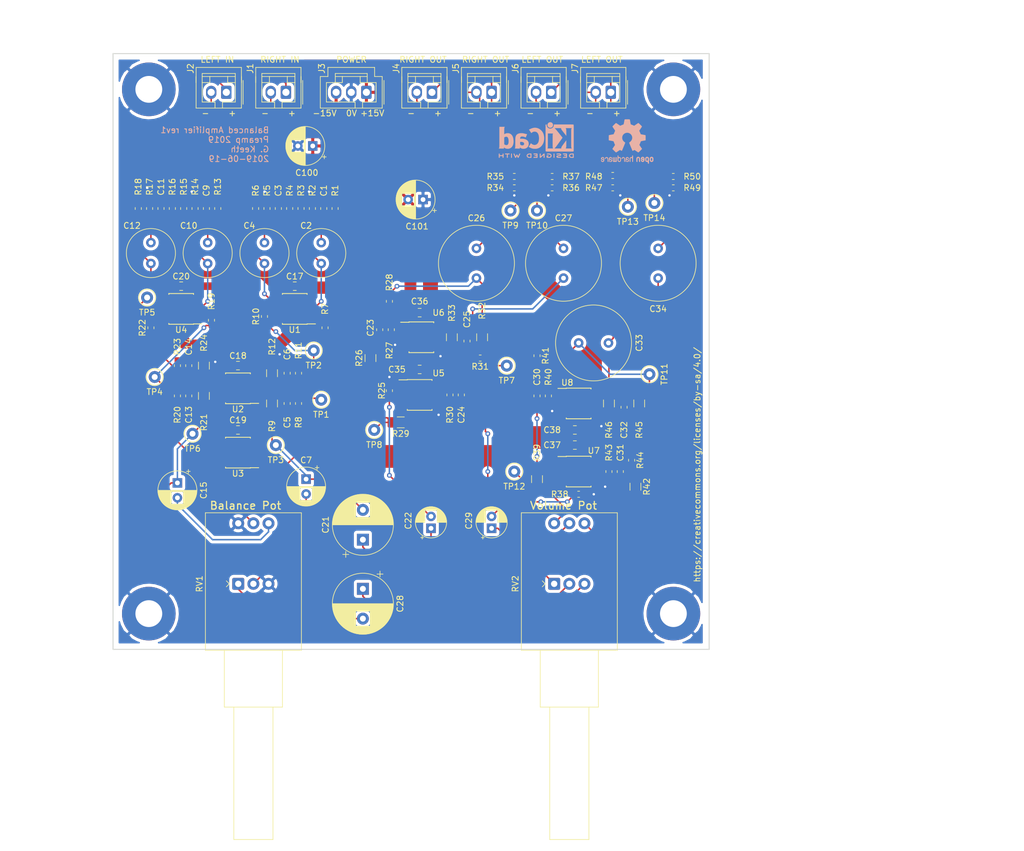
<source format=kicad_pcb>
(kicad_pcb (version 20171130) (host pcbnew 5.1.2)
  (title_block (title "Balanced Amplifier") (date 2019-06-19) (rev 1) (company "G. Keeth") (comment 1 "Preamp 2019"))
  (layers (0 F.Cu signal) (31 B.Cu signal hide) (34 B.Paste user) (35 F.Paste user) (36 B.SilkS user) (37 F.SilkS user) (38 B.Mask user) (39 F.Mask user) (44 Edge.Cuts user))
  (net 0 "")
  (net 1 "Net-(C1-Pad1)")
  (net 2 GNDA)
  (net 3 "Net-(C3-Pad1)")
  (net 4 /volume_control/right_in)
  (net 5 "Net-(C5-Pad2)")
  (net 6 "Net-(C6-Pad1)")
  (net 7 "Net-(C7-Pad2)")
  (net 8 "Net-(C10-Pad2)")
  (net 9 "Net-(C11-Pad1)")
  (net 10 "Net-(C13-Pad2)")
  (net 11 /volume_control/left_in)
  (net 12 "Net-(C14-Pad1)")
  (net 13 "Net-(C15-Pad2)")
  (net 14 VEE)
  (net 15 VCC)
  (net 16 "Net-(C21-Pad1)")
  (net 17 "Net-(C22-Pad2)")
  (net 18 "Net-(C22-Pad1)")
  (net 19 "Net-(C23-Pad1)")
  (net 20 "Net-(C23-Pad2)")
  (net 21 "Net-(C24-Pad2)")
  (net 22 "Net-(C24-Pad1)")
  (net 23 "Net-(C25-Pad1)")
  (net 24 "Net-(C25-Pad2)")
  (net 25 "Net-(C28-Pad1)")
  (net 26 "Net-(C29-Pad1)")
  (net 27 "Net-(C29-Pad2)")
  (net 28 "Net-(C30-Pad2)")
  (net 29 "Net-(C30-Pad1)")
  (net 30 "Net-(C31-Pad1)")
  (net 31 "Net-(C31-Pad2)")
  (net 32 "Net-(C32-Pad2)")
  (net 33 "Net-(C32-Pad1)")
  (net 34 /right_in_cold)
  (net 35 /right_in_hot)
  (net 36 /left_in_hot)
  (net 37 /left_in_cold)
  (net 38 "Net-(C2-Pad1)")
  (net 39 "Net-(C4-Pad1)")
  (net 40 "Net-(R7-Pad2)")
  (net 41 "Net-(R8-Pad1)")
  (net 42 "Net-(R10-Pad2)")
  (net 43 "Net-(C10-Pad1)")
  (net 44 "Net-(C12-Pad1)")
  (net 45 "Net-(R19-Pad2)")
  (net 46 "Net-(R20-Pad1)")
  (net 47 "Net-(R22-Pad2)")
  (net 48 "Net-(R26-Pad2)")
  (net 49 "Net-(C26-Pad2)")
  (net 50 "Net-(C26-Pad1)")
  (net 51 "Net-(C27-Pad1)")
  (net 52 "Net-(R39-Pad2)")
  (net 53 "Net-(C33-Pad2)")
  (net 54 "Net-(C33-Pad1)")
  (net 55 "Net-(C34-Pad1)")
  (net 56 "Net-(RV1-Pad5)")
  (net 57 "Net-(RV1-Pad2)")
  (net 58 /right_out_cold)
  (net 59 /right_out_hot)
  (net 60 /left_out_cold)
  (net 61 /left_out_hot)
  (module Potentiometer_THT_custom:Potentiometer_Bourns_91A2x-x28-xxx_Dual_Horizontal (layer F.Cu) (at 150.2 116.8 90)
    (fp_text reference RV2 (at 0 -6.5 270) (layer F.SilkS))
    (fp_text value 5k)
    (pad 4 thru_hole circle (at 10.16 0 90) (size 2 2) (drill 1.06) (layers *.Cu *.Mask) (net 53 "Net-(C33-Pad2)"))
    (pad 5 thru_hole circle (at 10.16 2.54 90) (size 2 2) (drill 1.06) (layers *.Cu *.Mask) (net 26 "Net-(C29-Pad1)"))
    (pad 6 thru_hole circle (at 10.16 5.08 90) (size 2 2) (drill 1.06) (layers *.Cu *.Mask) (net 25 "Net-(C28-Pad1)"))
    (pad 1 thru_hole roundrect (at 0 0 90) (size 2 2) (drill 1.06) (layers *.Cu *.Mask) (roundrect_rratio 0.125) (net 49 "Net-(C26-Pad2)"))
    (pad 2 thru_hole circle (at 0 2.54 90) (size 2 2) (drill 1.06) (layers *.Cu *.Mask) (net 18 "Net-(C22-Pad1)"))
    (pad 3 thru_hole circle (at 0 5.08 90) (size 2 2) (drill 1.06) (layers *.Cu *.Mask) (net 16 "Net-(C21-Pad1)"))
  )
  (module Potentiometer_THT_custom:Potentiometer_Bourns_91A2x-x28-xxx_Dual_Horizontal (layer F.Cu) (at 97.2 116.8 90)
    (fp_text reference RV1 (at 0 -6.5 270) (layer F.SilkS))
    (fp_text value 5k)
    (pad 4 thru_hole circle (at 10.16 0 90) (size 2 2) (drill 1.06) (layers *.Cu *.Mask) (net 2 GNDA))
    (pad 5 thru_hole circle (at 10.16 2.54 90) (size 2 2) (drill 1.06) (layers *.Cu *.Mask) (net 56 "Net-(RV1-Pad5)"))
    (pad 6 thru_hole circle (at 10.16 5.08 90) (size 2 2) (drill 1.06) (layers *.Cu *.Mask) (net 13 "Net-(C15-Pad2)"))
    (pad 1 thru_hole roundrect (at 0 0 90) (size 2 2) (drill 1.06) (layers *.Cu *.Mask) (roundrect_rratio 0.125) (net 7 "Net-(C7-Pad2)"))
    (pad 2 thru_hole circle (at 0 2.54 90) (size 2 2) (drill 1.06) (layers *.Cu *.Mask) (net 57 "Net-(RV1-Pad2)"))
    (pad 3 thru_hole circle (at 0 5.08 90) (size 2 2) (drill 1.06) (layers *.Cu *.Mask) (net 2 GNDA))
  )
  (module Symbol:Symbol_CC-ShareAlike_CopperTop_Small (layer F.Cu) (at 169.95 94.3 90)
    (fp_text reference REF** hide)
    (fp_text value Symbol_CC-ShareAlike_CopperTop_Small hide)
    (fp_line (start 0.59944 -2.4003) (end 0 -2.49936) (layer F.Cu) (width 0.381))
    (fp_line (start 1.00076 -2.30124) (end 0.59944 -2.4003) (layer F.Cu) (width 0.381))
    (fp_line (start 1.50114 -1.99898) (end 1.00076 -2.30124) (layer F.Cu) (width 0.381))
    (fp_line (start 1.99898 -1.50114) (end 1.50114 -1.99898) (layer F.Cu) (width 0.381))
    (fp_line (start 2.30124 -1.00076) (end 1.99898 -1.50114) (layer F.Cu) (width 0.381))
    (fp_line (start 2.49936 -0.39878) (end 2.30124 -1.00076) (layer F.Cu) (width 0.381))
    (fp_line (start 2.49936 0.20066) (end 2.49936 -0.39878) (layer F.Cu) (width 0.381))
    (fp_line (start 2.4003 0.8001) (end 2.49936 0.20066) (layer F.Cu) (width 0.381))
    (fp_line (start 1.99898 1.50114) (end 2.4003 0.8001) (layer F.Cu) (width 0.381))
    (fp_line (start 1.50114 1.99898) (end 1.99898 1.50114) (layer F.Cu) (width 0.381))
    (fp_line (start 0.89916 2.30124) (end 1.50114 1.99898) (layer F.Cu) (width 0.381))
    (fp_line (start 0.29972 2.49936) (end 0.89916 2.30124) (layer F.Cu) (width 0.381))
    (fp_line (start -0.50038 2.49936) (end 0.29972 2.49936) (layer F.Cu) (width 0.381))
    (fp_line (start -1.19888 2.19964) (end -0.50038 2.49936) (layer F.Cu) (width 0.381))
    (fp_line (start -1.69926 1.80086) (end -1.19888 2.19964) (layer F.Cu) (width 0.381))
    (fp_line (start -2.30124 1.09982) (end -1.69926 1.80086) (layer F.Cu) (width 0.381))
    (fp_line (start -2.49936 0.29972) (end -2.30124 1.09982) (layer F.Cu) (width 0.381))
    (fp_line (start -2.49936 -0.29972) (end -2.49936 0.29972) (layer F.Cu) (width 0.381))
    (fp_line (start -2.4003 -0.8001) (end -2.49936 -0.29972) (layer F.Cu) (width 0.381))
    (fp_line (start -2.19964 -1.19888) (end -2.4003 -0.8001) (layer F.Cu) (width 0.381))
    (fp_line (start -1.69926 -1.80086) (end -2.19964 -1.19888) (layer F.Cu) (width 0.381))
    (fp_line (start -1.19888 -2.19964) (end -1.69926 -1.80086) (layer F.Cu) (width 0.381))
    (fp_line (start -0.70104 -2.4003) (end -1.19888 -2.19964) (layer F.Cu) (width 0.381))
    (fp_line (start -0.09906 -2.49936) (end -0.70104 -2.4003) (layer F.Cu) (width 0.381))
    (fp_line (start 0 -2.49936) (end -0.09906 -2.49936) (layer F.Cu) (width 0.381))
    (fp_line (start -0.50038 -1.50114) (end -1.00076 -1.30048) (layer F.Cu) (width 0.381))
    (fp_line (start -0.09906 -1.6002) (end -0.50038 -1.50114) (layer F.Cu) (width 0.381))
    (fp_line (start 0.29972 -1.6002) (end -0.09906 -1.6002) (layer F.Cu) (width 0.381))
    (fp_line (start 0.89916 -1.30048) (end 0.29972 -1.6002) (layer F.Cu) (width 0.381))
    (fp_line (start 1.19888 -1.00076) (end 0.89916 -1.30048) (layer F.Cu) (width 0.381))
    (fp_line (start 1.50114 -0.50038) (end 1.19888 -1.00076) (layer F.Cu) (width 0.381))
    (fp_line (start 1.6002 0) (end 1.50114 -0.50038) (layer F.Cu) (width 0.381))
    (fp_line (start 1.6002 0.39878) (end 1.6002 0) (layer F.Cu) (width 0.381))
    (fp_line (start 1.30048 0.89916) (end 1.6002 0.39878) (layer F.Cu) (width 0.381))
    (fp_line (start 0.89916 1.30048) (end 1.30048 0.89916) (layer F.Cu) (width 0.381))
    (fp_line (start 0.39878 1.50114) (end 0.89916 1.30048) (layer F.Cu) (width 0.381))
    (fp_line (start -0.09906 1.6002) (end 0.39878 1.50114) (layer F.Cu) (width 0.381))
    (fp_line (start -0.59944 1.50114) (end -0.09906 1.6002) (layer F.Cu) (width 0.381))
    (fp_line (start -1.09982 1.19888) (end -0.59944 1.50114) (layer F.Cu) (width 0.381))
  )
  (module Symbol:Symbol_CC-Attribution_CopperTop_Small (layer F.Cu) (at 170.2 102.3 90)
    (fp_text reference REF** hide)
    (fp_text value Symbol_CC-Attribution_CopperTop_Small hide)
    (fp_line (start 0.59944 -2.4003) (end 0 -2.49936) (layer F.Cu) (width 0.381))
    (fp_line (start 1.00076 -2.30124) (end 0.59944 -2.4003) (layer F.Cu) (width 0.381))
    (fp_line (start 1.50114 -1.99898) (end 1.00076 -2.30124) (layer F.Cu) (width 0.381))
    (fp_line (start 1.99898 -1.50114) (end 1.50114 -1.99898) (layer F.Cu) (width 0.381))
    (fp_line (start 2.30124 -1.00076) (end 1.99898 -1.50114) (layer F.Cu) (width 0.381))
    (fp_line (start 2.49936 -0.39878) (end 2.30124 -1.00076) (layer F.Cu) (width 0.381))
    (fp_line (start 2.49936 0.20066) (end 2.49936 -0.39878) (layer F.Cu) (width 0.381))
    (fp_line (start 2.4003 0.8001) (end 2.49936 0.20066) (layer F.Cu) (width 0.381))
    (fp_line (start 1.99898 1.50114) (end 2.4003 0.8001) (layer F.Cu) (width 0.381))
    (fp_line (start 1.50114 1.99898) (end 1.99898 1.50114) (layer F.Cu) (width 0.381))
    (fp_line (start 0.89916 2.30124) (end 1.50114 1.99898) (layer F.Cu) (width 0.381))
    (fp_line (start 0.29972 2.49936) (end 0.89916 2.30124) (layer F.Cu) (width 0.381))
    (fp_line (start -0.50038 2.49936) (end 0.29972 2.49936) (layer F.Cu) (width 0.381))
    (fp_line (start -1.19888 2.19964) (end -0.50038 2.49936) (layer F.Cu) (width 0.381))
    (fp_line (start -1.69926 1.80086) (end -1.19888 2.19964) (layer F.Cu) (width 0.381))
    (fp_line (start -2.30124 1.09982) (end -1.69926 1.80086) (layer F.Cu) (width 0.381))
    (fp_line (start -2.49936 0.29972) (end -2.30124 1.09982) (layer F.Cu) (width 0.381))
    (fp_line (start -2.49936 -0.29972) (end -2.49936 0.29972) (layer F.Cu) (width 0.381))
    (fp_line (start -2.4003 -0.8001) (end -2.49936 -0.29972) (layer F.Cu) (width 0.381))
    (fp_line (start -2.19964 -1.19888) (end -2.4003 -0.8001) (layer F.Cu) (width 0.381))
    (fp_line (start -1.69926 -1.80086) (end -2.19964 -1.19888) (layer F.Cu) (width 0.381))
    (fp_line (start -1.19888 -2.19964) (end -1.69926 -1.80086) (layer F.Cu) (width 0.381))
    (fp_line (start -0.70104 -2.4003) (end -1.19888 -2.19964) (layer F.Cu) (width 0.381))
    (fp_line (start -0.09906 -2.49936) (end -0.70104 -2.4003) (layer F.Cu) (width 0.381))
    (fp_line (start 0 -2.49936) (end -0.09906 -2.49936) (layer F.Cu) (width 0.381))
    (fp_circle (center 0 -1.69926) (end 0.09906 -1.39954) (layer F.Cu) (width 0.381))
    (fp_line (start -0.8001 0.20066) (end -0.8001 -1.00076) (layer F.Cu) (width 0.381))
    (fp_line (start 0.70104 0.20066) (end -0.8001 0.20066) (layer F.Cu) (width 0.381))
    (fp_line (start 0.70104 -1.00076) (end 0.70104 0.20066) (layer F.Cu) (width 0.381))
    (fp_line (start -0.8001 -1.00076) (end 0.70104 -1.00076) (layer F.Cu) (width 0.381))
    (fp_line (start -0.29972 1.80086) (end 0.20066 1.80086) (layer F.Cu) (width 0.381))
    (fp_line (start -0.29972 0.29972) (end -0.29972 1.80086) (layer F.Cu) (width 0.381))
    (fp_line (start 0.29972 1.80086) (end 0.29972 0.20066) (layer F.Cu) (width 0.381))
    (fp_line (start 0.09906 1.80086) (end 0.29972 1.80086) (layer F.Cu) (width 0.381))
    (fp_line (start 0 0.29972) (end 0 1.6002) (layer F.Cu) (width 0.381))
    (fp_line (start -0.8001 -0.09906) (end 0.50038 -0.09906) (layer F.Cu) (width 0.381))
    (fp_line (start 0.50038 -0.39878) (end -0.70104 -0.39878) (layer F.Cu) (width 0.381))
    (fp_line (start -0.70104 -0.70104) (end 0.59944 -0.70104) (layer F.Cu) (width 0.381))
    (fp_line (start 0 -1.89992) (end 0 -1.50114) (layer F.Cu) (width 0.381))
  )
  (module Symbol:Symbol_CreativeCommons_CopperTop_Type2_Small (layer F.Cu) (at 170.2 110.3 90)
    (fp_text reference REF** hide)
    (fp_text value Symbol_CreativeCommons_CopperTop_Type2_Small hide)
    (fp_line (start 0.74944 -2.5003) (end 0.15 -2.59936) (layer F.Cu) (width 0.381))
    (fp_line (start 1.15076 -2.40124) (end 0.74944 -2.5003) (layer F.Cu) (width 0.381))
    (fp_line (start 1.65114 -2.09898) (end 1.15076 -2.40124) (layer F.Cu) (width 0.381))
    (fp_line (start 2.14898 -1.60114) (end 1.65114 -2.09898) (layer F.Cu) (width 0.381))
    (fp_line (start 2.45124 -1.10076) (end 2.14898 -1.60114) (layer F.Cu) (width 0.381))
    (fp_line (start 2.64936 -0.49878) (end 2.45124 -1.10076) (layer F.Cu) (width 0.381))
    (fp_line (start 2.64936 0.10066) (end 2.64936 -0.49878) (layer F.Cu) (width 0.381))
    (fp_line (start 2.5503 0.7001) (end 2.64936 0.10066) (layer F.Cu) (width 0.381))
    (fp_line (start 2.14898 1.40114) (end 2.5503 0.7001) (layer F.Cu) (width 0.381))
    (fp_line (start 1.65114 1.89898) (end 2.14898 1.40114) (layer F.Cu) (width 0.381))
    (fp_line (start 1.04916 2.20124) (end 1.65114 1.89898) (layer F.Cu) (width 0.381))
    (fp_line (start 0.44972 2.39936) (end 1.04916 2.20124) (layer F.Cu) (width 0.381))
    (fp_line (start -0.35038 2.39936) (end 0.44972 2.39936) (layer F.Cu) (width 0.381))
    (fp_line (start -1.04888 2.09964) (end -0.35038 2.39936) (layer F.Cu) (width 0.381))
    (fp_line (start -1.54926 1.70086) (end -1.04888 2.09964) (layer F.Cu) (width 0.381))
    (fp_line (start -2.15124 0.99982) (end -1.54926 1.70086) (layer F.Cu) (width 0.381))
    (fp_line (start -2.34936 0.19972) (end -2.15124 0.99982) (layer F.Cu) (width 0.381))
    (fp_line (start -2.34936 -0.39972) (end -2.34936 0.19972) (layer F.Cu) (width 0.381))
    (fp_line (start -2.2503 -0.9001) (end -2.34936 -0.39972) (layer F.Cu) (width 0.381))
    (fp_line (start -2.04964 -1.29888) (end -2.2503 -0.9001) (layer F.Cu) (width 0.381))
    (fp_line (start -1.54926 -1.90086) (end -2.04964 -1.29888) (layer F.Cu) (width 0.381))
    (fp_line (start -1.04888 -2.29964) (end -1.54926 -1.90086) (layer F.Cu) (width 0.381))
    (fp_line (start -0.55104 -2.5003) (end -1.04888 -2.29964) (layer F.Cu) (width 0.381))
    (fp_line (start 0.05094 -2.59936) (end -0.55104 -2.5003) (layer F.Cu) (width 0.381))
    (fp_line (start 0.15 -2.59936) (end 0.05094 -2.59936) (layer F.Cu) (width 0.381))
    (fp_line (start -0.44944 0.90076) (end -0.24878 0.7001) (layer F.Cu) (width 0.381))
    (fp_line (start -0.85076 0.90076) (end -0.44944 0.90076) (layer F.Cu) (width 0.381))
    (fp_line (start -1.15048 0.79916) (end -0.85076 0.90076) (layer F.Cu) (width 0.381))
    (fp_line (start -1.35114 0.49944) (end -1.15048 0.79916) (layer F.Cu) (width 0.381))
    (fp_line (start -1.4502 -0.00094) (end -1.35114 0.49944) (layer F.Cu) (width 0.381))
    (fp_line (start -1.4502 -0.39972) (end -1.4502 -0.00094) (layer F.Cu) (width 0.381))
    (fp_line (start -1.35114 -0.80104) (end -1.4502 -0.39972) (layer F.Cu) (width 0.381))
    (fp_line (start -1.04888 -0.99916) (end -1.35114 -0.80104) (layer F.Cu) (width 0.381))
    (fp_line (start -0.6501 -1.10076) (end -1.04888 -0.99916) (layer F.Cu) (width 0.381))
    (fp_line (start -0.35038 -0.99916) (end -0.6501 -1.10076) (layer F.Cu) (width 0.381))
    (fp_line (start -0.24878 -0.9001) (end -0.35038 -0.99916) (layer F.Cu) (width 0.381))
    (fp_line (start 1.65114 0.90076) (end 1.7502 0.7001) (layer F.Cu) (width 0.381))
    (fp_line (start 1.34888 0.90076) (end 1.65114 0.90076) (layer F.Cu) (width 0.381))
    (fp_line (start 1.15076 0.90076) (end 1.34888 0.90076) (layer F.Cu) (width 0.381))
    (fp_line (start 0.74944 0.7001) (end 1.15076 0.90076) (layer F.Cu) (width 0.381))
    (fp_line (start 0.54878 0.29878) (end 0.74944 0.7001) (layer F.Cu) (width 0.381))
    (fp_line (start 0.54878 -0.1) (end 0.54878 0.29878) (layer F.Cu) (width 0.381))
    (fp_line (start 0.65038 -0.60038) (end 0.54878 -0.1) (layer F.Cu) (width 0.381))
    (fp_line (start 0.85104 -0.99916) (end 0.65038 -0.60038) (layer F.Cu) (width 0.381))
    (fp_line (start 1.15076 -1.10076) (end 0.85104 -0.99916) (layer F.Cu) (width 0.381))
    (fp_line (start 1.45048 -1.10076) (end 1.15076 -1.10076) (layer F.Cu) (width 0.381))
    (fp_line (start 1.65114 -0.99916) (end 1.45048 -1.10076) (layer F.Cu) (width 0.381))
    (fp_line (start 1.7502 -0.9001) (end 1.65114 -0.99916) (layer F.Cu) (width 0.381))
  )
  (module Symbol:OSHW-Logo2_9.8x8mm_SilkScreen (layer B.Cu) (at 162.45 42.55 180)
    (fp_text reference REF** hide)
    (fp_text value OSHW-Logo2_9.8x8mm_SilkScreen hide)
  )
  (module Connector_Molex_SL:Molex_SL_A-70543-0001_1x02_P2.54mm_Vertical (layer F.Cu) (at 159.7 34.3 180)
    (fp_text reference J7 (at 6 4 90) (layer F.SilkS))
    (fp_text value Molex_SL_01x02_Male)
    (fp_text user + (at -1 -3.5 180) (layer F.SilkS))
    (fp_text user - (at 3.5 -3.5 180) (layer F.SilkS))
    (fp_text user "LEFT OUT" (at 1.5 5.5 180) (layer F.SilkS))
    (pad 2 thru_hole oval (at 2.54 0 180) (size 1.74 2.2) (drill 1.2) (layers *.Cu *.Mask) (net 60 /left_out_cold))
    (pad 1 thru_hole roundrect (at 0 0 180) (size 1.74 2.2) (drill 1.2) (layers *.Cu *.Mask) (roundrect_rratio 0.143678) (net 61 /left_out_hot))
  )
  (module Connector_Molex_SL:Molex_SL_A-70543-0001_1x02_P2.54mm_Vertical (layer F.Cu) (at 149.7 34.3 180)
    (fp_text reference J6 (at 6 4 90) (layer F.SilkS))
    (fp_text value Molex_SL_01x02_Male)
    (fp_text user + (at -1 -3.5 180) (layer F.SilkS))
    (fp_text user - (at 3.5 -3.5 180) (layer F.SilkS))
    (fp_text user "LEFT OUT" (at 1.5 5.5 180) (layer F.SilkS))
    (pad 2 thru_hole oval (at 2.54 0 180) (size 1.74 2.2) (drill 1.2) (layers *.Cu *.Mask) (net 60 /left_out_cold))
    (pad 1 thru_hole roundrect (at 0 0 180) (size 1.74 2.2) (drill 1.2) (layers *.Cu *.Mask) (roundrect_rratio 0.143678) (net 61 /left_out_hot))
  )
  (module Connector_Molex_SL:Molex_SL_A-70543-0001_1x02_P2.54mm_Vertical (layer F.Cu) (at 139.7 34.3 180)
    (fp_text reference J5 (at 6 4 90) (layer F.SilkS))
    (fp_text value Molex_SL_01x02_Male)
    (fp_text user + (at -1 -3.5 180) (layer F.SilkS))
    (fp_text user - (at 3.5 -3.5 180) (layer F.SilkS))
    (fp_text user "RIGHT OUT" (at 1 5.5 180) (layer F.SilkS))
    (pad 2 thru_hole oval (at 2.54 0 180) (size 1.74 2.2) (drill 1.2) (layers *.Cu *.Mask) (net 58 /right_out_cold))
    (pad 1 thru_hole roundrect (at 0 0 180) (size 1.74 2.2) (drill 1.2) (layers *.Cu *.Mask) (roundrect_rratio 0.143678) (net 59 /right_out_hot))
  )
  (module Connector_Molex_SL:Molex_SL_A-70543-0001_1x02_P2.54mm_Vertical (layer F.Cu) (at 129.7 34.3 180)
    (fp_text reference J4 (at 6 4 90) (layer F.SilkS))
    (fp_text value Molex_SL_01x02_Male)
    (fp_text user + (at -1 -3.5 180) (layer F.SilkS))
    (fp_text user - (at 3.5 -3.5 180) (layer F.SilkS))
    (fp_text user "RIGHT OUT" (at 1.5 5.5 180) (layer F.SilkS))
    (pad 2 thru_hole oval (at 2.54 0 180) (size 1.74 2.2) (drill 1.2) (layers *.Cu *.Mask) (net 58 /right_out_cold))
    (pad 1 thru_hole roundrect (at 0 0 180) (size 1.74 2.2) (drill 1.2) (layers *.Cu *.Mask) (roundrect_rratio 0.143678) (net 59 /right_out_hot))
  )
  (module Connector_Molex_SL:Molex_SL_A-70543-0002_1x03_P2.54mm_Vertical (layer F.Cu) (at 118.7 34.3 180)
    (fp_text reference J3 (at 7.5 4 90) (layer F.SilkS))
    (fp_text value Molex_SL_01x03_Male)
    (fp_text user +15V (at -1 -3.5 180) (layer F.SilkS))
    (fp_text user 0V (at 2.5 -3.5 180) (layer F.SilkS))
    (fp_text user -15V (at 7 -3.5 180) (layer F.SilkS))
    (fp_text user POWER (at 2.5 5.5 180) (layer F.SilkS))
    (pad 3 thru_hole oval (at 5.08 0 180) (size 1.74 2.2) (drill 1.2) (layers *.Cu *.Mask) (net 14 VEE))
    (pad 2 thru_hole oval (at 2.54 0 180) (size 1.74 2.2) (drill 1.2) (layers *.Cu *.Mask) (net 2 GNDA))
    (pad 1 thru_hole roundrect (at 0 0 180) (size 1.74 2.2) (drill 1.2) (layers *.Cu *.Mask) (roundrect_rratio 0.143678) (net 15 VCC))
  )
  (module Connector_Molex_SL:Molex_SL_A-70543-0001_1x02_P2.54mm_Vertical (layer F.Cu) (at 95.2 34.3 180)
    (fp_text reference J2 (at 6 4 90) (layer F.SilkS))
    (fp_text value Molex_SL_01x02_Male)
    (fp_text user + (at -1 -3.5 180) (layer F.SilkS))
    (fp_text user - (at 3.5 -3.5 180) (layer F.SilkS))
    (fp_text user "LEFT IN" (at 1.5 5.5 180) (layer F.SilkS))
    (pad 2 thru_hole oval (at 2.54 0 180) (size 1.74 2.2) (drill 1.2) (layers *.Cu *.Mask) (net 37 /left_in_cold))
    (pad 1 thru_hole roundrect (at 0 0 180) (size 1.74 2.2) (drill 1.2) (layers *.Cu *.Mask) (roundrect_rratio 0.143678) (net 36 /left_in_hot))
  )
  (module Connector_Molex_SL:Molex_SL_A-70543-0001_1x02_P2.54mm_Vertical (layer F.Cu) (at 105.2 34.3 180)
    (fp_text reference J1 (at 6 4 90) (layer F.SilkS))
    (fp_text value Molex_SL_01x02_Male)
    (fp_text user + (at -1 -3.5 180) (layer F.SilkS))
    (fp_text user - (at 3.5 -3.5 180) (layer F.SilkS))
    (fp_text user "RIGHT IN" (at 1 5.5 180) (layer F.SilkS))
    (pad 2 thru_hole oval (at 2.54 0 180) (size 1.74 2.2) (drill 1.2) (layers *.Cu *.Mask) (net 34 /right_in_cold))
    (pad 1 thru_hole roundrect (at 0 0 180) (size 1.74 2.2) (drill 1.2) (layers *.Cu *.Mask) (roundrect_rratio 0.143678) (net 35 /right_in_hot))
  )
  (module TestPoint:TestPoint_Keystone_5000-5004_Miniature (layer F.Cu) (at 111.125 85.89 180)
    (fp_text reference TP1 (at 0 -2.5 180) (layer F.SilkS))
    (fp_text value TestPoint)
    (pad 1 thru_hole circle (at 0 0 180) (size 2 2) (drill 1) (layers *.Cu *.Mask) (net 5 "Net-(C5-Pad2)"))
  )
  (module TestPoint:TestPoint_Keystone_5000-5004_Miniature (layer F.Cu) (at 109.855 77.635 180)
    (fp_text reference TP2 (at 0 -2.5 180) (layer F.SilkS))
    (fp_text value TestPoint)
    (pad 1 thru_hole circle (at 0 0 180) (size 2 2) (drill 1) (layers *.Cu *.Mask) (net 6 "Net-(C6-Pad1)"))
  )
  (module TestPoint:TestPoint_Keystone_5000-5004_Miniature (layer F.Cu) (at 103.505 93.51 180)
    (fp_text reference TP3 (at 0 -2.5 180) (layer F.SilkS))
    (fp_text value TestPoint)
    (pad 1 thru_hole circle (at 0 0 180) (size 2 2) (drill 1) (layers *.Cu *.Mask) (net 4 /volume_control/right_in))
  )
  (module TestPoint:TestPoint_Keystone_5000-5004_Miniature (layer F.Cu) (at 83.185 82.08 180)
    (fp_text reference TP4 (at 0 -2.5 180) (layer F.SilkS))
    (fp_text value TestPoint)
    (pad 1 thru_hole circle (at 0 0 180) (size 2 2) (drill 1) (layers *.Cu *.Mask) (net 10 "Net-(C13-Pad2)"))
  )
  (module TestPoint:TestPoint_Keystone_5000-5004_Miniature (layer F.Cu) (at 81.915 68.745 180)
    (fp_text reference TP5 (at 0 -2.5 180) (layer F.SilkS))
    (fp_text value TestPoint)
    (pad 1 thru_hole circle (at 0 0 180) (size 2 2) (drill 1) (layers *.Cu *.Mask) (net 12 "Net-(C14-Pad1)"))
  )
  (module TestPoint:TestPoint_Keystone_5000-5004_Miniature (layer F.Cu) (at 89.535 91.605 180)
    (fp_text reference TP6 (at 0 -2.5 180) (layer F.SilkS))
    (fp_text value TestPoint)
    (pad 1 thru_hole circle (at 0 0 180) (size 2 2) (drill 1) (layers *.Cu *.Mask) (net 11 /volume_control/left_in))
  )
  (module TestPoint:TestPoint_Keystone_5000-5004_Miniature (layer F.Cu) (at 142.24 80.175 180)
    (fp_text reference TP7 (at 0 -2.5 180) (layer F.SilkS))
    (fp_text value TestPoint)
    (pad 1 thru_hole circle (at 0 0 180) (size 2 2) (drill 1) (layers *.Cu *.Mask) (net 49 "Net-(C26-Pad2)"))
  )
  (module TestPoint:TestPoint_Keystone_5000-5004_Miniature (layer F.Cu) (at 120.015 90.97 180)
    (fp_text reference TP8 (at 0 -2.5 180) (layer F.SilkS))
    (fp_text value TestPoint)
    (pad 1 thru_hole circle (at 0 0 180) (size 2 2) (drill 1) (layers *.Cu *.Mask) (net 48 "Net-(R26-Pad2)"))
  )
  (module TestPoint:TestPoint_Keystone_5000-5004_Miniature (layer F.Cu) (at 142.875 54.14 180)
    (fp_text reference TP9 (at 0 -2.5 180) (layer F.SilkS))
    (fp_text value TestPoint)
    (pad 1 thru_hole circle (at 0 0 180) (size 2 2) (drill 1) (layers *.Cu *.Mask) (net 58 /right_out_cold))
  )
  (module TestPoint:TestPoint_Keystone_5000-5004_Miniature (layer F.Cu) (at 147.32 54.14 180)
    (fp_text reference TP10 (at 0 -2.5 180) (layer F.SilkS))
    (fp_text value TestPoint)
    (pad 1 thru_hole circle (at 0 0 180) (size 2 2) (drill 1) (layers *.Cu *.Mask) (net 59 /right_out_hot))
  )
  (module TestPoint:TestPoint_Keystone_5000-5004_Miniature (layer F.Cu) (at 166.18 81.62 270)
    (fp_text reference TP11 (at 0 -2.5 270) (layer F.SilkS))
    (fp_text value TestPoint)
    (pad 1 thru_hole circle (at 0 0 270) (size 2 2) (drill 1) (layers *.Cu *.Mask) (net 53 "Net-(C33-Pad2)"))
  )
  (module TestPoint:TestPoint_Keystone_5000-5004_Miniature (layer F.Cu) (at 143.51 97.955 180)
    (fp_text reference TP12 (at 0 -2.5 180) (layer F.SilkS))
    (fp_text value TestPoint)
    (pad 1 thru_hole circle (at 0 0 180) (size 2 2) (drill 1) (layers *.Cu *.Mask) (net 52 "Net-(R39-Pad2)"))
  )
  (module TestPoint:TestPoint_Keystone_5000-5004_Miniature (layer F.Cu) (at 162.56 53.505 180)
    (fp_text reference TP13 (at 0 -2.5 180) (layer F.SilkS))
    (fp_text value TestPoint)
    (pad 1 thru_hole circle (at 0 0 180) (size 2 2) (drill 1) (layers *.Cu *.Mask) (net 60 /left_out_cold))
  )
  (module TestPoint:TestPoint_Keystone_5000-5004_Miniature (layer F.Cu) (at 167.005 52.87 180)
    (fp_text reference TP14 (at 0 -2.5 180) (layer F.SilkS))
    (fp_text value TestPoint)
    (pad 1 thru_hole circle (at 0 0 180) (size 2 2) (drill 1) (layers *.Cu *.Mask) (net 61 /left_out_hot))
  )
  (module Capacitor_THT:CP_Radial_D10.0mm_P5.00mm (layer F.Cu) (at 118.11 109.385 90)
    (fp_text reference C21 (at 2.5 -6.25 90) (layer F.SilkS))
    (fp_text value 470u)
    (pad 2 thru_hole circle (at 5 0 90) (size 2 2) (drill 1) (layers *.Cu *.Mask) (net 4 /volume_control/right_in))
    (pad 1 thru_hole rect (at 0 0 90) (size 2 2) (drill 1) (layers *.Cu *.Mask) (net 16 "Net-(C21-Pad1)"))
  )
  (module Capacitor_THT:CP_Radial_D10.0mm_P5.00mm (layer F.Cu) (at 118.11 117.64 270)
    (fp_text reference C28 (at 2.5 -6.25 270) (layer F.SilkS))
    (fp_text value 470u)
    (pad 1 thru_hole rect (at 0 0 270) (size 2 2) (drill 1) (layers *.Cu *.Mask) (net 25 "Net-(C28-Pad1)"))
    (pad 2 thru_hole circle (at 5 0 270) (size 2 2) (drill 1) (layers *.Cu *.Mask) (net 11 /volume_control/left_in))
  )
  (module Capacitor_THT:CP_Radial_D5.0mm_P2.00mm (layer F.Cu) (at 139.7 107.48 90)
    (fp_text reference C29 (at 1.27 -3.81 270) (layer F.SilkS))
    (fp_text value 10u)
    (pad 1 thru_hole rect (at 0 0 90) (size 1.6 1.6) (drill 0.8) (layers *.Cu *.Mask) (net 26 "Net-(C29-Pad1)"))
    (pad 2 thru_hole circle (at 2 0 90) (size 1.6 1.6) (drill 0.8) (layers *.Cu *.Mask) (net 27 "Net-(C29-Pad2)"))
  )
  (module Capacitor_THT:CP_Radial_D6.3mm_P2.50mm (layer F.Cu) (at 108.585 99.225 270)
    (fp_text reference C7 (at -3.175 0) (layer F.SilkS))
    (fp_text value 100u)
    (pad 2 thru_hole circle (at 2.5 0 270) (size 1.6 1.6) (drill 0.8) (layers *.Cu *.Mask) (net 7 "Net-(C7-Pad2)"))
    (pad 1 thru_hole rect (at 0 0 270) (size 1.6 1.6) (drill 0.8) (layers *.Cu *.Mask) (net 4 /volume_control/right_in))
  )
  (module Capacitor_SMD:C_0603_1608Metric_Pad1.05x0.95mm_HandSolder (layer F.Cu) (at 111.545 53.8 90)
    (fp_text reference C1 (at 3.01 0 90) (layer F.SilkS))
    (fp_text value 100p)
    (pad 1 smd roundrect (at -0.875 0 90) (size 1.05 0.95) (layers F.Cu F.Paste F.Mask) (net 1 "Net-(C1-Pad1)"))
    (pad 2 smd roundrect (at 0.875 0 90) (size 1.05 0.95) (layers F.Cu F.Paste F.Mask) (net 2 GNDA))
  )
  (module Capacitor_SMD:C_0603_1608Metric_Pad1.05x0.95mm_HandSolder (layer F.Cu) (at 103.925 53.8 90)
    (fp_text reference C3 (at 3.01 0 90) (layer F.SilkS))
    (fp_text value 100p)
    (pad 1 smd roundrect (at -0.875 0 90) (size 1.05 0.95) (layers F.Cu F.Paste F.Mask) (net 3 "Net-(C3-Pad1)"))
    (pad 2 smd roundrect (at 0.875 0 90) (size 1.05 0.95) (layers F.Cu F.Paste F.Mask) (net 2 GNDA))
  )
  (module Capacitor_SMD:C_0603_1608Metric_Pad1.05x0.95mm_HandSolder (layer F.Cu) (at 105.41 86.525 90)
    (fp_text reference C5 (at -3.175 0 90) (layer F.SilkS))
    (fp_text value 1n)
    (pad 1 smd roundrect (at -0.875 0 90) (size 1.05 0.95) (layers F.Cu F.Paste F.Mask) (net 4 /volume_control/right_in))
    (pad 2 smd roundrect (at 0.875 0 90) (size 1.05 0.95) (layers F.Cu F.Paste F.Mask) (net 5 "Net-(C5-Pad2)"))
  )
  (module Capacitor_SMD:C_0603_1608Metric_Pad1.05x0.95mm_HandSolder (layer F.Cu) (at 105.41 81.445 90)
    (fp_text reference C6 (at 3.175 0 90) (layer F.SilkS))
    (fp_text value 1n)
    (pad 1 smd roundrect (at -0.875 0 90) (size 1.05 0.95) (layers F.Cu F.Paste F.Mask) (net 6 "Net-(C6-Pad1)"))
    (pad 2 smd roundrect (at 0.875 0 90) (size 1.05 0.95) (layers F.Cu F.Paste F.Mask) (net 2 GNDA))
  )
  (module Capacitor_SMD:C_0603_1608Metric_Pad1.05x0.95mm_HandSolder (layer F.Cu) (at 91.86 53.8 90)
    (fp_text reference C9 (at 3.01 0 90) (layer F.SilkS))
    (fp_text value 100p)
    (pad 2 smd roundrect (at 0.875 0 90) (size 1.05 0.95) (layers F.Cu F.Paste F.Mask) (net 2 GNDA))
    (pad 1 smd roundrect (at -0.875 0 90) (size 1.05 0.95) (layers F.Cu F.Paste F.Mask) (net 8 "Net-(C10-Pad2)"))
  )
  (module Capacitor_SMD:C_0603_1608Metric_Pad1.05x0.95mm_HandSolder (layer F.Cu) (at 84.24 53.8 90)
    (fp_text reference C11 (at 3.645 0 90) (layer F.SilkS))
    (fp_text value 100p)
    (pad 2 smd roundrect (at 0.875 0 90) (size 1.05 0.95) (layers F.Cu F.Paste F.Mask) (net 2 GNDA))
    (pad 1 smd roundrect (at -0.875 0 90) (size 1.05 0.95) (layers F.Cu F.Paste F.Mask) (net 9 "Net-(C11-Pad1)"))
  )
  (module Capacitor_SMD:C_0603_1608Metric_Pad1.05x0.95mm_HandSolder (layer F.Cu) (at 88.9 85.255 90)
    (fp_text reference C13 (at -3.175 0 90) (layer F.SilkS))
    (fp_text value 1n)
    (pad 2 smd roundrect (at 0.875 0 90) (size 1.05 0.95) (layers F.Cu F.Paste F.Mask) (net 10 "Net-(C13-Pad2)"))
    (pad 1 smd roundrect (at -0.875 0 90) (size 1.05 0.95) (layers F.Cu F.Paste F.Mask) (net 11 /volume_control/left_in))
  )
  (module Capacitor_SMD:C_0603_1608Metric_Pad1.05x0.95mm_HandSolder (layer F.Cu) (at 88.9 80.175 90)
    (fp_text reference C14 (at 3.175 0 90) (layer F.SilkS))
    (fp_text value 1n)
    (pad 2 smd roundrect (at 0.875 0 90) (size 1.05 0.95) (layers F.Cu F.Paste F.Mask) (net 2 GNDA))
    (pad 1 smd roundrect (at -0.875 0 90) (size 1.05 0.95) (layers F.Cu F.Paste F.Mask) (net 12 "Net-(C14-Pad1)"))
  )
  (module Capacitor_THT:CP_Radial_D6.3mm_P2.50mm (layer F.Cu) (at 86.995 99.86 270)
    (fp_text reference C15 (at 1.25 -4.4 270) (layer F.SilkS))
    (fp_text value 100u)
    (pad 1 thru_hole rect (at 0 0 270) (size 1.6 1.6) (drill 0.8) (layers *.Cu *.Mask) (net 11 /volume_control/left_in))
    (pad 2 thru_hole circle (at 2.5 0 270) (size 1.6 1.6) (drill 0.8) (layers *.Cu *.Mask) (net 13 "Net-(C15-Pad2)"))
  )
  (module Capacitor_SMD:C_0805_2012Metric_Pad1.15x1.40mm_HandSolder (layer F.Cu) (at 106.68 66.84)
    (fp_text reference C17 (at 0 -1.65) (layer F.SilkS))
    (fp_text value 100n)
    (pad 2 smd roundrect (at 1.025 0) (size 1.15 1.4) (layers F.Cu F.Paste F.Mask) (roundrect_rratio 0.217391) (net 14 VEE))
    (pad 1 smd roundrect (at -1.025 0) (size 1.15 1.4) (layers F.Cu F.Paste F.Mask) (roundrect_rratio 0.217391) (net 15 VCC))
  )
  (module Capacitor_SMD:C_0805_2012Metric_Pad1.15x1.40mm_HandSolder (layer F.Cu) (at 97.155 80.175)
    (fp_text reference C18 (at 0 -1.65) (layer F.SilkS))
    (fp_text value 100n)
    (pad 1 smd roundrect (at -1.025 0) (size 1.15 1.4) (layers F.Cu F.Paste F.Mask) (roundrect_rratio 0.217391) (net 15 VCC))
    (pad 2 smd roundrect (at 1.025 0) (size 1.15 1.4) (layers F.Cu F.Paste F.Mask) (roundrect_rratio 0.217391) (net 14 VEE))
  )
  (module Capacitor_SMD:C_0805_2012Metric_Pad1.15x1.40mm_HandSolder (layer F.Cu) (at 97.155 90.97)
    (fp_text reference C19 (at 0 -1.65) (layer F.SilkS))
    (fp_text value 100n)
    (pad 2 smd roundrect (at 1.025 0) (size 1.15 1.4) (layers F.Cu F.Paste F.Mask) (roundrect_rratio 0.217391) (net 14 VEE))
    (pad 1 smd roundrect (at -1.025 0) (size 1.15 1.4) (layers F.Cu F.Paste F.Mask) (roundrect_rratio 0.217391) (net 15 VCC))
  )
  (module Capacitor_SMD:C_0805_2012Metric_Pad1.15x1.40mm_HandSolder (layer F.Cu) (at 87.63 66.84)
    (fp_text reference C20 (at 0 -1.65) (layer F.SilkS))
    (fp_text value 100n)
    (pad 1 smd roundrect (at -1.025 0) (size 1.15 1.4) (layers F.Cu F.Paste F.Mask) (roundrect_rratio 0.217391) (net 15 VCC))
    (pad 2 smd roundrect (at 1.025 0) (size 1.15 1.4) (layers F.Cu F.Paste F.Mask) (roundrect_rratio 0.217391) (net 14 VEE))
  )
  (module Capacitor_THT:CP_Radial_D5.0mm_P2.00mm (layer F.Cu) (at 129.54 107.48 90)
    (fp_text reference C22 (at 1.27 -3.81 270) (layer F.SilkS))
    (fp_text value 10u)
    (pad 2 thru_hole circle (at 2 0 90) (size 1.6 1.6) (drill 0.8) (layers *.Cu *.Mask) (net 17 "Net-(C22-Pad2)"))
    (pad 1 thru_hole rect (at 0 0 90) (size 1.6 1.6) (drill 0.8) (layers *.Cu *.Mask) (net 18 "Net-(C22-Pad1)"))
  )
  (module Capacitor_SMD:C_0603_1608Metric_Pad1.05x0.95mm_HandSolder (layer F.Cu) (at 120.934463 74.143595 270)
    (fp_text reference C23 (at -0.318595 1.554463 270) (layer F.SilkS))
    (fp_text value 100p)
    (pad 1 smd roundrect (at -0.875 0 270) (size 1.05 0.95) (layers F.Cu F.Paste F.Mask) (net 19 "Net-(C23-Pad1)"))
    (pad 2 smd roundrect (at 0.875 0 270) (size 1.05 0.95) (layers F.Cu F.Paste F.Mask) (net 20 "Net-(C23-Pad2)"))
  )
  (module Capacitor_SMD:C_0603_1608Metric_Pad1.05x0.95mm_HandSolder (layer F.Cu) (at 134.62 85.09 270)
    (fp_text reference C24 (at 3.34 0 270) (layer F.SilkS))
    (fp_text value 100p)
    (pad 2 smd roundrect (at 0.875 0 270) (size 1.05 0.95) (layers F.Cu F.Paste F.Mask) (net 21 "Net-(C24-Pad2)"))
    (pad 1 smd roundrect (at -0.875 0 270) (size 1.05 0.95) (layers F.Cu F.Paste F.Mask) (net 22 "Net-(C24-Pad1)"))
  )
  (module Capacitor_SMD:C_0603_1608Metric_Pad1.05x0.95mm_HandSolder (layer F.Cu) (at 135.573745 76.048595 270)
    (fp_text reference C25 (at -3.645 0 270) (layer F.SilkS))
    (fp_text value 100p)
    (pad 1 smd roundrect (at -0.875 0 270) (size 1.05 0.95) (layers F.Cu F.Paste F.Mask) (net 23 "Net-(C25-Pad1)"))
    (pad 2 smd roundrect (at 0.875 0 270) (size 1.05 0.95) (layers F.Cu F.Paste F.Mask) (net 24 "Net-(C25-Pad2)"))
  )
  (module Capacitor_SMD:C_0603_1608Metric_Pad1.05x0.95mm_HandSolder (layer F.Cu) (at 147.32 85.255 270)
    (fp_text reference C30 (at -3.175 0 270) (layer F.SilkS))
    (fp_text value 100p)
    (pad 2 smd roundrect (at 0.875 0 270) (size 1.05 0.95) (layers F.Cu F.Paste F.Mask) (net 28 "Net-(C30-Pad2)"))
    (pad 1 smd roundrect (at -0.875 0 270) (size 1.05 0.95) (layers F.Cu F.Paste F.Mask) (net 29 "Net-(C30-Pad1)"))
  )
  (module Capacitor_SMD:C_0603_1608Metric_Pad1.05x0.95mm_HandSolder (layer F.Cu) (at 161.29 97.955 270)
    (fp_text reference C31 (at -3.175 0 270) (layer F.SilkS))
    (fp_text value 100p)
    (pad 1 smd roundrect (at -0.875 0 270) (size 1.05 0.95) (layers F.Cu F.Paste F.Mask) (net 30 "Net-(C31-Pad1)"))
    (pad 2 smd roundrect (at 0.875 0 270) (size 1.05 0.95) (layers F.Cu F.Paste F.Mask) (net 31 "Net-(C31-Pad2)"))
  )
  (module Capacitor_SMD:C_0603_1608Metric_Pad1.05x0.95mm_HandSolder (layer F.Cu) (at 161.925 87.16 270)
    (fp_text reference C32 (at 3.81 0 270) (layer F.SilkS))
    (fp_text value 100p)
    (pad 2 smd roundrect (at 0.875 0 270) (size 1.05 0.95) (layers F.Cu F.Paste F.Mask) (net 32 "Net-(C32-Pad2)"))
    (pad 1 smd roundrect (at -0.875 0 270) (size 1.05 0.95) (layers F.Cu F.Paste F.Mask) (net 33 "Net-(C32-Pad1)"))
  )
  (module Capacitor_SMD:C_0805_2012Metric_Pad1.15x1.40mm_HandSolder (layer F.Cu) (at 127.635 80.81 180)
    (fp_text reference C35 (at 3.81 0 180) (layer F.SilkS))
    (fp_text value 100n)
    (pad 1 smd roundrect (at -1.025 0 180) (size 1.15 1.4) (layers F.Cu F.Paste F.Mask) (roundrect_rratio 0.217391) (net 15 VCC))
    (pad 2 smd roundrect (at 1.025 0 180) (size 1.15 1.4) (layers F.Cu F.Paste F.Mask) (roundrect_rratio 0.217391) (net 14 VEE))
  )
  (module Capacitor_SMD:C_0805_2012Metric_Pad1.15x1.40mm_HandSolder (layer F.Cu) (at 127.635 71.285 180)
    (fp_text reference C36 (at 0 1.905 180) (layer F.SilkS))
    (fp_text value 100n)
    (pad 1 smd roundrect (at -1.025 0 180) (size 1.15 1.4) (layers F.Cu F.Paste F.Mask) (roundrect_rratio 0.217391) (net 15 VCC))
    (pad 2 smd roundrect (at 1.025 0 180) (size 1.15 1.4) (layers F.Cu F.Paste F.Mask) (roundrect_rratio 0.217391) (net 14 VEE))
  )
  (module Capacitor_SMD:C_0805_2012Metric_Pad1.15x1.40mm_HandSolder (layer F.Cu) (at 153.67 93.51 180)
    (fp_text reference C37 (at 3.81 0 180) (layer F.SilkS))
    (fp_text value 100n)
    (pad 2 smd roundrect (at 1.025 0 180) (size 1.15 1.4) (layers F.Cu F.Paste F.Mask) (roundrect_rratio 0.217391) (net 14 VEE))
    (pad 1 smd roundrect (at -1.025 0 180) (size 1.15 1.4) (layers F.Cu F.Paste F.Mask) (roundrect_rratio 0.217391) (net 15 VCC))
  )
  (module Capacitor_SMD:C_0805_2012Metric_Pad1.15x1.40mm_HandSolder (layer F.Cu) (at 153.67 90.97 180)
    (fp_text reference C38 (at 3.81 0 180) (layer F.SilkS))
    (fp_text value 100n)
    (pad 2 smd roundrect (at 1.025 0 180) (size 1.15 1.4) (layers F.Cu F.Paste F.Mask) (roundrect_rratio 0.217391) (net 14 VEE))
    (pad 1 smd roundrect (at -1.025 0 180) (size 1.15 1.4) (layers F.Cu F.Paste F.Mask) (roundrect_rratio 0.217391) (net 15 VCC))
  )
  (module Capacitor_THT:CP_Radial_D6.3mm_P2.50mm (layer F.Cu) (at 109.7 43.3 180)
    (fp_text reference C100 (at 1 -4.5 180) (layer F.SilkS))
    (fp_text value 100u)
    (pad 1 thru_hole rect (at 0 0 180) (size 1.6 1.6) (drill 0.8) (layers *.Cu *.Mask) (net 15 VCC))
    (pad 2 thru_hole circle (at 2.5 0 180) (size 1.6 1.6) (drill 0.8) (layers *.Cu *.Mask) (net 2 GNDA))
  )
  (module Capacitor_THT:CP_Radial_D6.3mm_P2.50mm (layer F.Cu) (at 128.2 52.3 180)
    (fp_text reference C101 (at 1 -4.5 180) (layer F.SilkS))
    (fp_text value 100u)
    (pad 2 thru_hole circle (at 2.5 0 180) (size 1.6 1.6) (drill 0.8) (layers *.Cu *.Mask) (net 14 VEE))
    (pad 1 thru_hole rect (at 0 0 180) (size 1.6 1.6) (drill 0.8) (layers *.Cu *.Mask) (net 2 GNDA))
  )
  (module Resistor_SMD:R_0603_1608Metric_Pad1.05x0.95mm_HandSolder (layer F.Cu) (at 113.45 53.8 90)
    (fp_text reference R1 (at 3.01 0 90) (layer F.SilkS))
    (fp_text value 100)
    (pad 2 smd roundrect (at 0.875 0 90) (size 1.05 0.95) (layers F.Cu F.Paste F.Mask) (net 34 /right_in_cold))
    (pad 1 smd roundrect (at -0.875 0 90) (size 1.05 0.95) (layers F.Cu F.Paste F.Mask) (net 1 "Net-(C1-Pad1)"))
  )
  (module Resistor_SMD:R_0603_1608Metric_Pad1.05x0.95mm_HandSolder (layer F.Cu) (at 109.64 53.8 270)
    (fp_text reference R2 (at -3.01 0 270) (layer F.SilkS))
    (fp_text value 100k)
    (pad 2 smd roundrect (at 0.875 0 270) (size 1.05 0.95) (layers F.Cu F.Paste F.Mask) (net 1 "Net-(C1-Pad1)"))
    (pad 1 smd roundrect (at -0.875 0 270) (size 1.05 0.95) (layers F.Cu F.Paste F.Mask) (net 2 GNDA))
  )
  (module Resistor_SMD:R_0603_1608Metric_Pad1.05x0.95mm_HandSolder (layer F.Cu) (at 107.735 53.8 90)
    (fp_text reference R3 (at 3.01 0 90) (layer F.SilkS))
    (fp_text value 100k)
    (pad 1 smd roundrect (at -0.875 0 90) (size 1.05 0.95) (layers F.Cu F.Paste F.Mask) (net 38 "Net-(C2-Pad1)"))
    (pad 2 smd roundrect (at 0.875 0 90) (size 1.05 0.95) (layers F.Cu F.Paste F.Mask) (net 2 GNDA))
  )
  (module Resistor_SMD:R_0603_1608Metric_Pad1.05x0.95mm_HandSolder (layer F.Cu) (at 105.83 53.8 90)
    (fp_text reference R4 (at 3.01 0 90) (layer F.SilkS))
    (fp_text value 100)
    (pad 1 smd roundrect (at -0.875 0 90) (size 1.05 0.95) (layers F.Cu F.Paste F.Mask) (net 3 "Net-(C3-Pad1)"))
    (pad 2 smd roundrect (at 0.875 0 90) (size 1.05 0.95) (layers F.Cu F.Paste F.Mask) (net 35 /right_in_hot))
  )
  (module Resistor_SMD:R_0603_1608Metric_Pad1.05x0.95mm_HandSolder (layer F.Cu) (at 102.02 53.8 90)
    (fp_text reference R5 (at 3.01 0 90) (layer F.SilkS))
    (fp_text value 100k)
    (pad 2 smd roundrect (at 0.875 0 90) (size 1.05 0.95) (layers F.Cu F.Paste F.Mask) (net 2 GNDA))
    (pad 1 smd roundrect (at -0.875 0 90) (size 1.05 0.95) (layers F.Cu F.Paste F.Mask) (net 3 "Net-(C3-Pad1)"))
  )
  (module Resistor_SMD:R_0603_1608Metric_Pad1.05x0.95mm_HandSolder (layer F.Cu) (at 100.115 53.8 270)
    (fp_text reference R6 (at -3.01 0 270) (layer F.SilkS))
    (fp_text value 100k)
    (pad 1 smd roundrect (at -0.875 0 270) (size 1.05 0.95) (layers F.Cu F.Paste F.Mask) (net 2 GNDA))
    (pad 2 smd roundrect (at 0.875 0 270) (size 1.05 0.95) (layers F.Cu F.Paste F.Mask) (net 39 "Net-(C4-Pad1)"))
  )
  (module Resistor_SMD:R_0603_1608Metric_Pad1.05x0.95mm_HandSolder (layer F.Cu) (at 111.76 73.825 90)
    (fp_text reference R7 (at 3.175 0 90) (layer F.SilkS))
    (fp_text value 820)
    (pad 2 smd roundrect (at 0.875 0 90) (size 1.05 0.95) (layers F.Cu F.Paste F.Mask) (net 40 "Net-(R7-Pad2)"))
    (pad 1 smd roundrect (at -0.875 0 90) (size 1.05 0.95) (layers F.Cu F.Paste F.Mask) (net 5 "Net-(C5-Pad2)"))
  )
  (module Resistor_SMD:R_0603_1608Metric_Pad1.05x0.95mm_HandSolder (layer F.Cu) (at 107.315 86.525 90)
    (fp_text reference R8 (at -3.175 0 90) (layer F.SilkS))
    (fp_text value 820)
    (pad 1 smd roundrect (at -0.875 0 90) (size 1.05 0.95) (layers F.Cu F.Paste F.Mask) (net 41 "Net-(R8-Pad1)"))
    (pad 2 smd roundrect (at 0.875 0 90) (size 1.05 0.95) (layers F.Cu F.Paste F.Mask) (net 5 "Net-(C5-Pad2)"))
  )
  (module Resistor_SMD:R_1206_3216Metric_Pad1.42x1.75mm_HandSolder (layer F.Cu) (at 102.87 86.525 270)
    (fp_text reference R9 (at 3.81 0 270) (layer F.SilkS))
    (fp_text value 1k6)
    (pad 2 smd roundrect (at 1.4875 0 270) (size 1.425 1.75) (layers F.Cu F.Paste F.Mask) (roundrect_rratio 0.175439) (net 4 /volume_control/right_in))
    (pad 1 smd roundrect (at -1.4875 0 270) (size 1.425 1.75) (layers F.Cu F.Paste F.Mask) (roundrect_rratio 0.175439) (net 5 "Net-(C5-Pad2)"))
  )
  (module Resistor_SMD:R_0603_1608Metric_Pad1.05x0.95mm_HandSolder (layer F.Cu) (at 101.6 71.92 90)
    (fp_text reference R10 (at 0 -1.43 90) (layer F.SilkS))
    (fp_text value 820)
    (pad 1 smd roundrect (at -0.875 0 90) (size 1.05 0.95) (layers F.Cu F.Paste F.Mask) (net 6 "Net-(C6-Pad1)"))
    (pad 2 smd roundrect (at 0.875 0 90) (size 1.05 0.95) (layers F.Cu F.Paste F.Mask) (net 42 "Net-(R10-Pad2)"))
  )
  (module Resistor_SMD:R_0603_1608Metric_Pad1.05x0.95mm_HandSolder (layer F.Cu) (at 107.315 81.445 270)
    (fp_text reference R11 (at -3.81 0 270) (layer F.SilkS))
    (fp_text value 820)
    (pad 1 smd roundrect (at -0.875 0 270) (size 1.05 0.95) (layers F.Cu F.Paste F.Mask) (net 2 GNDA))
    (pad 2 smd roundrect (at 0.875 0 270) (size 1.05 0.95) (layers F.Cu F.Paste F.Mask) (net 6 "Net-(C6-Pad1)"))
  )
  (module Resistor_SMD:R_1206_3216Metric_Pad1.42x1.75mm_HandSolder (layer F.Cu) (at 102.87 81.445 270)
    (fp_text reference R12 (at -4.445 0 270) (layer F.SilkS))
    (fp_text value 1k6)
    (pad 1 smd roundrect (at -1.4875 0 270) (size 1.425 1.75) (layers F.Cu F.Paste F.Mask) (roundrect_rratio 0.175439) (net 2 GNDA))
    (pad 2 smd roundrect (at 1.4875 0 270) (size 1.425 1.75) (layers F.Cu F.Paste F.Mask) (roundrect_rratio 0.175439) (net 6 "Net-(C6-Pad1)"))
  )
  (module Resistor_SMD:R_0603_1608Metric_Pad1.05x0.95mm_HandSolder (layer F.Cu) (at 93.765 53.8 90)
    (fp_text reference R13 (at 3.645 0 90) (layer F.SilkS))
    (fp_text value 100)
    (pad 2 smd roundrect (at 0.875 0 90) (size 1.05 0.95) (layers F.Cu F.Paste F.Mask) (net 37 /left_in_cold))
    (pad 1 smd roundrect (at -0.875 0 90) (size 1.05 0.95) (layers F.Cu F.Paste F.Mask) (net 8 "Net-(C10-Pad2)"))
  )
  (module Resistor_SMD:R_0603_1608Metric_Pad1.05x0.95mm_HandSolder (layer F.Cu) (at 89.955 53.8 270)
    (fp_text reference R14 (at -3.645 0 270) (layer F.SilkS))
    (fp_text value 100k)
    (pad 2 smd roundrect (at 0.875 0 270) (size 1.05 0.95) (layers F.Cu F.Paste F.Mask) (net 8 "Net-(C10-Pad2)"))
    (pad 1 smd roundrect (at -0.875 0 270) (size 1.05 0.95) (layers F.Cu F.Paste F.Mask) (net 2 GNDA))
  )
  (module Resistor_SMD:R_0603_1608Metric_Pad1.05x0.95mm_HandSolder (layer F.Cu) (at 88.05 53.8 90)
    (fp_text reference R15 (at 3.645 0 90) (layer F.SilkS))
    (fp_text value 100k)
    (pad 1 smd roundrect (at -0.875 0 90) (size 1.05 0.95) (layers F.Cu F.Paste F.Mask) (net 43 "Net-(C10-Pad1)"))
    (pad 2 smd roundrect (at 0.875 0 90) (size 1.05 0.95) (layers F.Cu F.Paste F.Mask) (net 2 GNDA))
  )
  (module Resistor_SMD:R_0603_1608Metric_Pad1.05x0.95mm_HandSolder (layer F.Cu) (at 86.145 53.8 90)
    (fp_text reference R16 (at 3.645 0 90) (layer F.SilkS))
    (fp_text value 100)
    (pad 1 smd roundrect (at -0.875 0 90) (size 1.05 0.95) (layers F.Cu F.Paste F.Mask) (net 9 "Net-(C11-Pad1)"))
    (pad 2 smd roundrect (at 0.875 0 90) (size 1.05 0.95) (layers F.Cu F.Paste F.Mask) (net 36 /left_in_hot))
  )
  (module Resistor_SMD:R_0603_1608Metric_Pad1.05x0.95mm_HandSolder (layer F.Cu) (at 82.335 53.8 90)
    (fp_text reference R17 (at 3.645 0 90) (layer F.SilkS))
    (fp_text value 100k)
    (pad 2 smd roundrect (at 0.875 0 90) (size 1.05 0.95) (layers F.Cu F.Paste F.Mask) (net 2 GNDA))
    (pad 1 smd roundrect (at -0.875 0 90) (size 1.05 0.95) (layers F.Cu F.Paste F.Mask) (net 9 "Net-(C11-Pad1)"))
  )
  (module Resistor_SMD:R_0603_1608Metric_Pad1.05x0.95mm_HandSolder (layer F.Cu) (at 80.43 53.8 270)
    (fp_text reference R18 (at -3.645 0 270) (layer F.SilkS))
    (fp_text value 100k)
    (pad 2 smd roundrect (at 0.875 0 270) (size 1.05 0.95) (layers F.Cu F.Paste F.Mask) (net 44 "Net-(C12-Pad1)"))
    (pad 1 smd roundrect (at -0.875 0 270) (size 1.05 0.95) (layers F.Cu F.Paste F.Mask) (net 2 GNDA))
  )
  (module Resistor_SMD:R_0603_1608Metric_Pad1.05x0.95mm_HandSolder (layer F.Cu) (at 92.71 72.555 90)
    (fp_text reference R19 (at 3.175 0 90) (layer F.SilkS))
    (fp_text value 820)
    (pad 1 smd roundrect (at -0.875 0 90) (size 1.05 0.95) (layers F.Cu F.Paste F.Mask) (net 10 "Net-(C13-Pad2)"))
    (pad 2 smd roundrect (at 0.875 0 90) (size 1.05 0.95) (layers F.Cu F.Paste F.Mask) (net 45 "Net-(R19-Pad2)"))
  )
  (module Resistor_SMD:R_0603_1608Metric_Pad1.05x0.95mm_HandSolder (layer F.Cu) (at 86.995 85.255 90)
    (fp_text reference R20 (at -3.175 0 90) (layer F.SilkS))
    (fp_text value 820)
    (pad 2 smd roundrect (at 0.875 0 90) (size 1.05 0.95) (layers F.Cu F.Paste F.Mask) (net 10 "Net-(C13-Pad2)"))
    (pad 1 smd roundrect (at -0.875 0 90) (size 1.05 0.95) (layers F.Cu F.Paste F.Mask) (net 46 "Net-(R20-Pad1)"))
  )
  (module Resistor_SMD:R_1206_3216Metric_Pad1.42x1.75mm_HandSolder (layer F.Cu) (at 91.44 85.255 270)
    (fp_text reference R21 (at 4.445 0 270) (layer F.SilkS))
    (fp_text value 1k6)
    (pad 1 smd roundrect (at -1.4875 0 270) (size 1.425 1.75) (layers F.Cu F.Paste F.Mask) (roundrect_rratio 0.175439) (net 10 "Net-(C13-Pad2)"))
    (pad 2 smd roundrect (at 1.4875 0 270) (size 1.425 1.75) (layers F.Cu F.Paste F.Mask) (roundrect_rratio 0.175439) (net 11 /volume_control/left_in))
  )
  (module Resistor_SMD:R_0603_1608Metric_Pad1.05x0.95mm_HandSolder (layer F.Cu) (at 82.55 73.825 90)
    (fp_text reference R22 (at 0 -1.43 90) (layer F.SilkS))
    (fp_text value 820)
    (pad 2 smd roundrect (at 0.875 0 90) (size 1.05 0.95) (layers F.Cu F.Paste F.Mask) (net 47 "Net-(R22-Pad2)"))
    (pad 1 smd roundrect (at -0.875 0 90) (size 1.05 0.95) (layers F.Cu F.Paste F.Mask) (net 12 "Net-(C14-Pad1)"))
  )
  (module Resistor_SMD:R_0603_1608Metric_Pad1.05x0.95mm_HandSolder (layer F.Cu) (at 86.995 80.175 270)
    (fp_text reference R23 (at -3.175 0 270) (layer F.SilkS))
    (fp_text value 820)
    (pad 1 smd roundrect (at -0.875 0 270) (size 1.05 0.95) (layers F.Cu F.Paste F.Mask) (net 2 GNDA))
    (pad 2 smd roundrect (at 0.875 0 270) (size 1.05 0.95) (layers F.Cu F.Paste F.Mask) (net 12 "Net-(C14-Pad1)"))
  )
  (module Resistor_SMD:R_1206_3216Metric_Pad1.42x1.75mm_HandSolder (layer F.Cu) (at 91.44 80.175 270)
    (fp_text reference R24 (at -3.81 0 270) (layer F.SilkS))
    (fp_text value 1k6)
    (pad 1 smd roundrect (at -1.4875 0 270) (size 1.425 1.75) (layers F.Cu F.Paste F.Mask) (roundrect_rratio 0.175439) (net 2 GNDA))
    (pad 2 smd roundrect (at 1.4875 0 270) (size 1.425 1.75) (layers F.Cu F.Paste F.Mask) (roundrect_rratio 0.175439) (net 12 "Net-(C14-Pad1)"))
  )
  (module Resistor_SMD:R_0603_1608Metric_Pad1.05x0.95mm_HandSolder (layer F.Cu) (at 122.555 84.38 90)
    (fp_text reference R25 (at 0 -1.27 90) (layer F.SilkS))
    (fp_text value 47k)
    (pad 1 smd roundrect (at -0.875 0 90) (size 1.05 0.95) (layers F.Cu F.Paste F.Mask) (net 17 "Net-(C22-Pad2)"))
    (pad 2 smd roundrect (at 0.875 0 90) (size 1.05 0.95) (layers F.Cu F.Paste F.Mask) (net 2 GNDA))
  )
  (module Resistor_SMD:R_1206_3216Metric_Pad1.42x1.75mm_HandSolder (layer F.Cu) (at 119.38 78.905 270)
    (fp_text reference R26 (at 0 1.905 270) (layer F.SilkS))
    (fp_text value 1k)
    (pad 2 smd roundrect (at 1.4875 0 270) (size 1.425 1.75) (layers F.Cu F.Paste F.Mask) (roundrect_rratio 0.175439) (net 48 "Net-(R26-Pad2)"))
    (pad 1 smd roundrect (at -1.4875 0 270) (size 1.425 1.75) (layers F.Cu F.Paste F.Mask) (roundrect_rratio 0.175439) (net 20 "Net-(C23-Pad2)"))
  )
  (module Resistor_SMD:R_0603_1608Metric_Pad1.05x0.95mm_HandSolder (layer F.Cu) (at 122.873745 74.143595 270)
    (fp_text reference R27 (at 3.491405 0.318745 270) (layer F.SilkS))
    (fp_text value 3k3)
    (pad 2 smd roundrect (at 0.875 0 270) (size 1.05 0.95) (layers F.Cu F.Paste F.Mask) (net 20 "Net-(C23-Pad2)"))
    (pad 1 smd roundrect (at -0.875 0 270) (size 1.05 0.95) (layers F.Cu F.Paste F.Mask) (net 19 "Net-(C23-Pad1)"))
  )
  (module Resistor_SMD:R_0603_1608Metric_Pad1.05x0.95mm_HandSolder (layer F.Cu) (at 122.555 69.38 270)
    (fp_text reference R28 (at -3.175 0 270) (layer F.SilkS))
    (fp_text value 10)
    (pad 2 smd roundrect (at 0.875 0 270) (size 1.05 0.95) (layers F.Cu F.Paste F.Mask) (net 19 "Net-(C23-Pad1)"))
    (pad 1 smd roundrect (at -0.875 0 270) (size 1.05 0.95) (layers F.Cu F.Paste F.Mask) (net 49 "Net-(C26-Pad2)"))
  )
  (module Resistor_SMD:R_1206_3216Metric_Pad1.42x1.75mm_HandSolder (layer F.Cu) (at 124.46 89.7 180)
    (fp_text reference R29 (at 0 -1.905 180) (layer F.SilkS))
    (fp_text value 1k)
    (pad 1 smd roundrect (at -1.4875 0 180) (size 1.425 1.75) (layers F.Cu F.Paste F.Mask) (roundrect_rratio 0.175439) (net 21 "Net-(C24-Pad2)"))
    (pad 2 smd roundrect (at 1.4875 0 180) (size 1.425 1.75) (layers F.Cu F.Paste F.Mask) (roundrect_rratio 0.175439) (net 48 "Net-(R26-Pad2)"))
  )
  (module Resistor_SMD:R_0603_1608Metric_Pad1.05x0.95mm_HandSolder (layer F.Cu) (at 132.715 85.09 270)
    (fp_text reference R30 (at 3.34 0 270) (layer F.SilkS))
    (fp_text value 3k3)
    (pad 1 smd roundrect (at -0.875 0 270) (size 1.05 0.95) (layers F.Cu F.Paste F.Mask) (net 22 "Net-(C24-Pad1)"))
    (pad 2 smd roundrect (at 0.875 0 270) (size 1.05 0.95) (layers F.Cu F.Paste F.Mask) (net 21 "Net-(C24-Pad2)"))
  )
  (module Resistor_SMD:R_0603_1608Metric_Pad1.05x0.95mm_HandSolder (layer F.Cu) (at 137.795 78.905 180)
    (fp_text reference R31 (at 0 -1.43 180) (layer F.SilkS))
    (fp_text value 10)
    (pad 1 smd roundrect (at -0.875 0 180) (size 1.05 0.95) (layers F.Cu F.Paste F.Mask) (net 49 "Net-(C26-Pad2)"))
    (pad 2 smd roundrect (at 0.875 0 180) (size 1.05 0.95) (layers F.Cu F.Paste F.Mask) (net 22 "Net-(C24-Pad1)"))
  )
  (module Resistor_SMD:R_1206_3216Metric_Pad1.42x1.75mm_HandSolder (layer F.Cu) (at 138.113745 75.413595 90)
    (fp_text reference R32 (at 4.445 0 90) (layer F.SilkS))
    (fp_text value 1k)
    (pad 1 smd roundrect (at -1.4875 0 90) (size 1.425 1.75) (layers F.Cu F.Paste F.Mask) (roundrect_rratio 0.175439) (net 24 "Net-(C25-Pad2)"))
    (pad 2 smd roundrect (at 1.4875 0 90) (size 1.425 1.75) (layers F.Cu F.Paste F.Mask) (roundrect_rratio 0.175439) (net 49 "Net-(C26-Pad2)"))
  )
  (module Resistor_SMD:R_1206_3216Metric_Pad1.42x1.75mm_HandSolder (layer F.Cu) (at 133.033745 75.413595 270)
    (fp_text reference R33 (at -4.0625 0 270) (layer F.SilkS))
    (fp_text value 1k)
    (pad 2 smd roundrect (at 1.4875 0 270) (size 1.425 1.75) (layers F.Cu F.Paste F.Mask) (roundrect_rratio 0.175439) (net 24 "Net-(C25-Pad2)"))
    (pad 1 smd roundrect (at -1.4875 0 270) (size 1.425 1.75) (layers F.Cu F.Paste F.Mask) (roundrect_rratio 0.175439) (net 23 "Net-(C25-Pad1)"))
  )
  (module Resistor_SMD:R_0603_1608Metric_Pad1.05x0.95mm_HandSolder (layer F.Cu) (at 143.51 50.33 180)
    (fp_text reference R34 (at 3.175 0 180) (layer F.SilkS))
    (fp_text value 47k)
    (pad 1 smd roundrect (at -0.875 0 180) (size 1.05 0.95) (layers F.Cu F.Paste F.Mask) (net 2 GNDA))
    (pad 2 smd roundrect (at 0.875 0 180) (size 1.05 0.95) (layers F.Cu F.Paste F.Mask) (net 50 "Net-(C26-Pad1)"))
  )
  (module Resistor_SMD:R_0603_1608Metric_Pad1.05x0.95mm_HandSolder (layer F.Cu) (at 143.51 48.425 180)
    (fp_text reference R35 (at 3.175 0 180) (layer F.SilkS))
    (fp_text value 47)
    (pad 2 smd roundrect (at 0.875 0 180) (size 1.05 0.95) (layers F.Cu F.Paste F.Mask) (net 50 "Net-(C26-Pad1)"))
    (pad 1 smd roundrect (at -0.875 0 180) (size 1.05 0.95) (layers F.Cu F.Paste F.Mask) (net 58 /right_out_cold))
  )
  (module Resistor_SMD:R_0603_1608Metric_Pad1.05x0.95mm_HandSolder (layer F.Cu) (at 149.86 50.33)
    (fp_text reference R36 (at 3.175 0) (layer F.SilkS))
    (fp_text value 47k)
    (pad 1 smd roundrect (at -0.875 0) (size 1.05 0.95) (layers F.Cu F.Paste F.Mask) (net 2 GNDA))
    (pad 2 smd roundrect (at 0.875 0) (size 1.05 0.95) (layers F.Cu F.Paste F.Mask) (net 51 "Net-(C27-Pad1)"))
  )
  (module Resistor_SMD:R_0603_1608Metric_Pad1.05x0.95mm_HandSolder (layer F.Cu) (at 149.86 48.425)
    (fp_text reference R37 (at 3.175 0) (layer F.SilkS))
    (fp_text value 47)
    (pad 2 smd roundrect (at 0.875 0) (size 1.05 0.95) (layers F.Cu F.Paste F.Mask) (net 51 "Net-(C27-Pad1)"))
    (pad 1 smd roundrect (at -0.875 0) (size 1.05 0.95) (layers F.Cu F.Paste F.Mask) (net 59 /right_out_hot))
  )
  (module Resistor_SMD:R_0603_1608Metric_Pad1.05x0.95mm_HandSolder (layer F.Cu) (at 154.305 101.765)
    (fp_text reference R38 (at -3.175 0) (layer F.SilkS))
    (fp_text value 47k)
    (pad 1 smd roundrect (at -0.875 0) (size 1.05 0.95) (layers F.Cu F.Paste F.Mask) (net 27 "Net-(C29-Pad2)"))
    (pad 2 smd roundrect (at 0.875 0) (size 1.05 0.95) (layers F.Cu F.Paste F.Mask) (net 2 GNDA))
  )
  (module Resistor_SMD:R_1206_3216Metric_Pad1.42x1.75mm_HandSolder (layer F.Cu) (at 147.32 99.225 270)
    (fp_text reference R39 (at -4.445 0 270) (layer F.SilkS))
    (fp_text value 1k)
    (pad 2 smd roundrect (at 1.4875 0 270) (size 1.425 1.75) (layers F.Cu F.Paste F.Mask) (roundrect_rratio 0.175439) (net 52 "Net-(R39-Pad2)"))
    (pad 1 smd roundrect (at -1.4875 0 270) (size 1.425 1.75) (layers F.Cu F.Paste F.Mask) (roundrect_rratio 0.175439) (net 28 "Net-(C30-Pad2)"))
  )
  (module Resistor_SMD:R_0603_1608Metric_Pad1.05x0.95mm_HandSolder (layer F.Cu) (at 149.225 85.255 270)
    (fp_text reference R40 (at -3.175 0 270) (layer F.SilkS))
    (fp_text value 3k3)
    (pad 2 smd roundrect (at 0.875 0 270) (size 1.05 0.95) (layers F.Cu F.Paste F.Mask) (net 28 "Net-(C30-Pad2)"))
    (pad 1 smd roundrect (at -0.875 0 270) (size 1.05 0.95) (layers F.Cu F.Paste F.Mask) (net 29 "Net-(C30-Pad1)"))
  )
  (module Resistor_SMD:R_0603_1608Metric_Pad1.05x0.95mm_HandSolder (layer F.Cu) (at 147.32 78.51 270)
    (fp_text reference R41 (at 0 -1.43 270) (layer F.SilkS))
    (fp_text value 10)
    (pad 2 smd roundrect (at 0.875 0 270) (size 1.05 0.95) (layers F.Cu F.Paste F.Mask) (net 29 "Net-(C30-Pad1)"))
    (pad 1 smd roundrect (at -0.875 0 270) (size 1.05 0.95) (layers F.Cu F.Paste F.Mask) (net 53 "Net-(C33-Pad2)"))
  )
  (module Resistor_SMD:R_1206_3216Metric_Pad1.42x1.75mm_HandSolder (layer F.Cu) (at 163.83 100.495 270)
    (fp_text reference R42 (at 0 -1.905 270) (layer F.SilkS))
    (fp_text value 1k)
    (pad 2 smd roundrect (at 1.4875 0 270) (size 1.425 1.75) (layers F.Cu F.Paste F.Mask) (roundrect_rratio 0.175439) (net 52 "Net-(R39-Pad2)"))
    (pad 1 smd roundrect (at -1.4875 0 270) (size 1.425 1.75) (layers F.Cu F.Paste F.Mask) (roundrect_rratio 0.175439) (net 31 "Net-(C31-Pad2)"))
  )
  (module Resistor_SMD:R_0603_1608Metric_Pad1.05x0.95mm_HandSolder (layer F.Cu) (at 159.385 97.955 270)
    (fp_text reference R43 (at -3.175 0 270) (layer F.SilkS))
    (fp_text value 3k3)
    (pad 1 smd roundrect (at -0.875 0 270) (size 1.05 0.95) (layers F.Cu F.Paste F.Mask) (net 30 "Net-(C31-Pad1)"))
    (pad 2 smd roundrect (at 0.875 0 270) (size 1.05 0.95) (layers F.Cu F.Paste F.Mask) (net 31 "Net-(C31-Pad2)"))
  )
  (module Resistor_SMD:R_0603_1608Metric_Pad1.05x0.95mm_HandSolder (layer F.Cu) (at 163.195 96.05 270)
    (fp_text reference R44 (at 0 -1.43 270) (layer F.SilkS))
    (fp_text value 10)
    (pad 2 smd roundrect (at 0.875 0 270) (size 1.05 0.95) (layers F.Cu F.Paste F.Mask) (net 30 "Net-(C31-Pad1)"))
    (pad 1 smd roundrect (at -0.875 0 270) (size 1.05 0.95) (layers F.Cu F.Paste F.Mask) (net 53 "Net-(C33-Pad2)"))
  )
  (module Resistor_SMD:R_1206_3216Metric_Pad1.42x1.75mm_HandSolder (layer F.Cu) (at 164.465 86.525 90)
    (fp_text reference R45 (at -4.445 0 90) (layer F.SilkS))
    (fp_text value 1k)
    (pad 1 smd roundrect (at -1.4875 0 90) (size 1.425 1.75) (layers F.Cu F.Paste F.Mask) (roundrect_rratio 0.175439) (net 32 "Net-(C32-Pad2)"))
    (pad 2 smd roundrect (at 1.4875 0 90) (size 1.425 1.75) (layers F.Cu F.Paste F.Mask) (roundrect_rratio 0.175439) (net 53 "Net-(C33-Pad2)"))
  )
  (module Resistor_SMD:R_1206_3216Metric_Pad1.42x1.75mm_HandSolder (layer F.Cu) (at 159.385 86.525 270)
    (fp_text reference R46 (at 4.445 0 270) (layer F.SilkS))
    (fp_text value 1k)
    (pad 2 smd roundrect (at 1.4875 0 270) (size 1.425 1.75) (layers F.Cu F.Paste F.Mask) (roundrect_rratio 0.175439) (net 32 "Net-(C32-Pad2)"))
    (pad 1 smd roundrect (at -1.4875 0 270) (size 1.425 1.75) (layers F.Cu F.Paste F.Mask) (roundrect_rratio 0.175439) (net 33 "Net-(C32-Pad1)"))
  )
  (module Resistor_SMD:R_0603_1608Metric_Pad1.05x0.95mm_HandSolder (layer F.Cu) (at 160.02 50.33 180)
    (fp_text reference R47 (at 3.175 0 180) (layer F.SilkS))
    (fp_text value 47k)
    (pad 1 smd roundrect (at -0.875 0 180) (size 1.05 0.95) (layers F.Cu F.Paste F.Mask) (net 2 GNDA))
    (pad 2 smd roundrect (at 0.875 0 180) (size 1.05 0.95) (layers F.Cu F.Paste F.Mask) (net 54 "Net-(C33-Pad1)"))
  )
  (module Resistor_SMD:R_0603_1608Metric_Pad1.05x0.95mm_HandSolder (layer F.Cu) (at 160.02 48.26 180)
    (fp_text reference R48 (at 3.175 -0.165 180) (layer F.SilkS))
    (fp_text value 47)
    (pad 2 smd roundrect (at 0.875 0 180) (size 1.05 0.95) (layers F.Cu F.Paste F.Mask) (net 54 "Net-(C33-Pad1)"))
    (pad 1 smd roundrect (at -0.875 0 180) (size 1.05 0.95) (layers F.Cu F.Paste F.Mask) (net 60 /left_out_cold))
  )
  (module Resistor_SMD:R_0603_1608Metric_Pad1.05x0.95mm_HandSolder (layer F.Cu) (at 170.18 50.33)
    (fp_text reference R49 (at 3.175 0) (layer F.SilkS))
    (fp_text value 47k)
    (pad 1 smd roundrect (at -0.875 0) (size 1.05 0.95) (layers F.Cu F.Paste F.Mask) (net 2 GNDA))
    (pad 2 smd roundrect (at 0.875 0) (size 1.05 0.95) (layers F.Cu F.Paste F.Mask) (net 55 "Net-(C34-Pad1)"))
  )
  (module Resistor_SMD:R_0603_1608Metric_Pad1.05x0.95mm_HandSolder (layer F.Cu) (at 170.18 48.425)
    (fp_text reference R50 (at 3.175 0) (layer F.SilkS))
    (fp_text value 47)
    (pad 2 smd roundrect (at 0.875 0) (size 1.05 0.95) (layers F.Cu F.Paste F.Mask) (net 55 "Net-(C34-Pad1)"))
    (pad 1 smd roundrect (at -0.875 0) (size 1.05 0.95) (layers F.Cu F.Paste F.Mask) (net 61 /left_out_hot))
  )
  (module Package_SO:SOIC-8_3.9x4.9mm_P1.27mm (layer F.Cu) (at 106.68 70.65 180)
    (fp_text reference U1 (at 0 -3.5 180) (layer F.SilkS))
    (fp_text value LM4562)
    (pad 8 smd rect (at 2.7 -1.905 180) (size 1.55 0.6) (layers F.Cu F.Paste F.Mask) (net 15 VCC))
    (pad 7 smd rect (at 2.7 -0.635 180) (size 1.55 0.6) (layers F.Cu F.Paste F.Mask) (net 42 "Net-(R10-Pad2)"))
    (pad 6 smd rect (at 2.7 0.635 180) (size 1.55 0.6) (layers F.Cu F.Paste F.Mask) (net 42 "Net-(R10-Pad2)"))
    (pad 5 smd rect (at 2.7 1.905 180) (size 1.55 0.6) (layers F.Cu F.Paste F.Mask) (net 39 "Net-(C4-Pad1)"))
    (pad 4 smd rect (at -2.7 1.905 180) (size 1.55 0.6) (layers F.Cu F.Paste F.Mask) (net 14 VEE))
    (pad 3 smd rect (at -2.7 0.635 180) (size 1.55 0.6) (layers F.Cu F.Paste F.Mask) (net 38 "Net-(C2-Pad1)"))
    (pad 2 smd rect (at -2.7 -0.635 180) (size 1.55 0.6) (layers F.Cu F.Paste F.Mask) (net 40 "Net-(R7-Pad2)"))
    (pad 1 smd rect (at -2.7 -1.905 180) (size 1.55 0.6) (layers F.Cu F.Paste F.Mask) (net 40 "Net-(R7-Pad2)"))
  )
  (module Package_SO:SOIC-8_3.9x4.9mm_P1.27mm (layer F.Cu) (at 97.155 83.985 180)
    (fp_text reference U2 (at 0 -3.5 180) (layer F.SilkS))
    (fp_text value LM4562)
    (pad 8 smd rect (at 2.7 -1.905 180) (size 1.55 0.6) (layers F.Cu F.Paste F.Mask) (net 15 VCC))
    (pad 7 smd rect (at 2.7 -0.635 180) (size 1.55 0.6) (layers F.Cu F.Paste F.Mask) (net 11 /volume_control/left_in))
    (pad 6 smd rect (at 2.7 0.635 180) (size 1.55 0.6) (layers F.Cu F.Paste F.Mask) (net 10 "Net-(C13-Pad2)"))
    (pad 5 smd rect (at 2.7 1.905 180) (size 1.55 0.6) (layers F.Cu F.Paste F.Mask) (net 12 "Net-(C14-Pad1)"))
    (pad 4 smd rect (at -2.7 1.905 180) (size 1.55 0.6) (layers F.Cu F.Paste F.Mask) (net 14 VEE))
    (pad 3 smd rect (at -2.7 0.635 180) (size 1.55 0.6) (layers F.Cu F.Paste F.Mask) (net 6 "Net-(C6-Pad1)"))
    (pad 2 smd rect (at -2.7 -0.635 180) (size 1.55 0.6) (layers F.Cu F.Paste F.Mask) (net 5 "Net-(C5-Pad2)"))
    (pad 1 smd rect (at -2.7 -1.905 180) (size 1.55 0.6) (layers F.Cu F.Paste F.Mask) (net 4 /volume_control/right_in))
  )
  (module Package_SO:SOIC-8_3.9x4.9mm_P1.27mm (layer F.Cu) (at 97.155 94.78 180)
    (fp_text reference U3 (at 0 -3.5 180) (layer F.SilkS))
    (fp_text value NE5532)
    (pad 1 smd rect (at -2.7 -1.905 180) (size 1.55 0.6) (layers F.Cu F.Paste F.Mask) (net 41 "Net-(R8-Pad1)"))
    (pad 2 smd rect (at -2.7 -0.635 180) (size 1.55 0.6) (layers F.Cu F.Paste F.Mask) (net 41 "Net-(R8-Pad1)"))
    (pad 3 smd rect (at -2.7 0.635 180) (size 1.55 0.6) (layers F.Cu F.Paste F.Mask) (net 57 "Net-(RV1-Pad2)"))
    (pad 4 smd rect (at -2.7 1.905 180) (size 1.55 0.6) (layers F.Cu F.Paste F.Mask) (net 14 VEE))
    (pad 5 smd rect (at 2.7 1.905 180) (size 1.55 0.6) (layers F.Cu F.Paste F.Mask) (net 56 "Net-(RV1-Pad5)"))
    (pad 6 smd rect (at 2.7 0.635 180) (size 1.55 0.6) (layers F.Cu F.Paste F.Mask) (net 46 "Net-(R20-Pad1)"))
    (pad 7 smd rect (at 2.7 -0.635 180) (size 1.55 0.6) (layers F.Cu F.Paste F.Mask) (net 46 "Net-(R20-Pad1)"))
    (pad 8 smd rect (at 2.7 -1.905 180) (size 1.55 0.6) (layers F.Cu F.Paste F.Mask) (net 15 VCC))
  )
  (module Package_SO:SOIC-8_3.9x4.9mm_P1.27mm (layer F.Cu) (at 87.63 70.65 180)
    (fp_text reference U4 (at 0 -3.5 180) (layer F.SilkS))
    (fp_text value LM4562)
    (pad 1 smd rect (at -2.7 -1.905 180) (size 1.55 0.6) (layers F.Cu F.Paste F.Mask) (net 45 "Net-(R19-Pad2)"))
    (pad 2 smd rect (at -2.7 -0.635 180) (size 1.55 0.6) (layers F.Cu F.Paste F.Mask) (net 45 "Net-(R19-Pad2)"))
    (pad 3 smd rect (at -2.7 0.635 180) (size 1.55 0.6) (layers F.Cu F.Paste F.Mask) (net 43 "Net-(C10-Pad1)"))
    (pad 4 smd rect (at -2.7 1.905 180) (size 1.55 0.6) (layers F.Cu F.Paste F.Mask) (net 14 VEE))
    (pad 5 smd rect (at 2.7 1.905 180) (size 1.55 0.6) (layers F.Cu F.Paste F.Mask) (net 44 "Net-(C12-Pad1)"))
    (pad 6 smd rect (at 2.7 0.635 180) (size 1.55 0.6) (layers F.Cu F.Paste F.Mask) (net 47 "Net-(R22-Pad2)"))
    (pad 7 smd rect (at 2.7 -0.635 180) (size 1.55 0.6) (layers F.Cu F.Paste F.Mask) (net 47 "Net-(R22-Pad2)"))
    (pad 8 smd rect (at 2.7 -1.905 180) (size 1.55 0.6) (layers F.Cu F.Paste F.Mask) (net 15 VCC))
  )
  (module Package_SO:SOIC-8_3.9x4.9mm_P1.27mm (layer F.Cu) (at 127.635 85.09)
    (fp_text reference U5 (at 3.175 -3.645) (layer F.SilkS))
    (fp_text value LM4562)
    (pad 1 smd rect (at -2.7 -1.905) (size 1.55 0.6) (layers F.Cu F.Paste F.Mask) (net 48 "Net-(R26-Pad2)"))
    (pad 2 smd rect (at -2.7 -0.635) (size 1.55 0.6) (layers F.Cu F.Paste F.Mask) (net 48 "Net-(R26-Pad2)"))
    (pad 3 smd rect (at -2.7 0.635) (size 1.55 0.6) (layers F.Cu F.Paste F.Mask) (net 17 "Net-(C22-Pad2)"))
    (pad 4 smd rect (at -2.7 1.905) (size 1.55 0.6) (layers F.Cu F.Paste F.Mask) (net 14 VEE))
    (pad 5 smd rect (at 2.7 1.905) (size 1.55 0.6) (layers F.Cu F.Paste F.Mask) (net 2 GNDA))
    (pad 6 smd rect (at 2.7 0.635) (size 1.55 0.6) (layers F.Cu F.Paste F.Mask) (net 21 "Net-(C24-Pad2)"))
    (pad 7 smd rect (at 2.7 -0.635) (size 1.55 0.6) (layers F.Cu F.Paste F.Mask) (net 22 "Net-(C24-Pad1)"))
    (pad 8 smd rect (at 2.7 -1.905) (size 1.55 0.6) (layers F.Cu F.Paste F.Mask) (net 15 VCC))
  )
  (module Package_SO:SOIC-8_3.9x4.9mm_P1.27mm (layer F.Cu) (at 127.919463 75.413595)
    (fp_text reference U6 (at 2.890537 -4.128595) (layer F.SilkS))
    (fp_text value LM4562)
    (pad 8 smd rect (at 2.7 -1.905) (size 1.55 0.6) (layers F.Cu F.Paste F.Mask) (net 15 VCC))
    (pad 7 smd rect (at 2.7 -0.635) (size 1.55 0.6) (layers F.Cu F.Paste F.Mask) (net 23 "Net-(C25-Pad1)"))
    (pad 6 smd rect (at 2.7 0.635) (size 1.55 0.6) (layers F.Cu F.Paste F.Mask) (net 24 "Net-(C25-Pad2)"))
    (pad 5 smd rect (at 2.7 1.905) (size 1.55 0.6) (layers F.Cu F.Paste F.Mask) (net 2 GNDA))
    (pad 4 smd rect (at -2.7 1.905) (size 1.55 0.6) (layers F.Cu F.Paste F.Mask) (net 14 VEE))
    (pad 3 smd rect (at -2.7 0.635) (size 1.55 0.6) (layers F.Cu F.Paste F.Mask) (net 2 GNDA))
    (pad 2 smd rect (at -2.7 -0.635) (size 1.55 0.6) (layers F.Cu F.Paste F.Mask) (net 20 "Net-(C23-Pad2)"))
    (pad 1 smd rect (at -2.7 -1.905) (size 1.55 0.6) (layers F.Cu F.Paste F.Mask) (net 19 "Net-(C23-Pad1)"))
  )
  (module Package_SO:SOIC-8_3.9x4.9mm_P1.27mm (layer F.Cu) (at 154.305 97.955)
    (fp_text reference U7 (at 2.54 -3.5) (layer F.SilkS))
    (fp_text value LM4562)
    (pad 1 smd rect (at -2.7 -1.905) (size 1.55 0.6) (layers F.Cu F.Paste F.Mask) (net 52 "Net-(R39-Pad2)"))
    (pad 2 smd rect (at -2.7 -0.635) (size 1.55 0.6) (layers F.Cu F.Paste F.Mask) (net 52 "Net-(R39-Pad2)"))
    (pad 3 smd rect (at -2.7 0.635) (size 1.55 0.6) (layers F.Cu F.Paste F.Mask) (net 27 "Net-(C29-Pad2)"))
    (pad 4 smd rect (at -2.7 1.905) (size 1.55 0.6) (layers F.Cu F.Paste F.Mask) (net 14 VEE))
    (pad 5 smd rect (at 2.7 1.905) (size 1.55 0.6) (layers F.Cu F.Paste F.Mask) (net 2 GNDA))
    (pad 6 smd rect (at 2.7 0.635) (size 1.55 0.6) (layers F.Cu F.Paste F.Mask) (net 31 "Net-(C31-Pad2)"))
    (pad 7 smd rect (at 2.7 -0.635) (size 1.55 0.6) (layers F.Cu F.Paste F.Mask) (net 30 "Net-(C31-Pad1)"))
    (pad 8 smd rect (at 2.7 -1.905) (size 1.55 0.6) (layers F.Cu F.Paste F.Mask) (net 15 VCC))
  )
  (module Package_SO:SOIC-8_3.9x4.9mm_P1.27mm (layer F.Cu) (at 154.305 86.525)
    (fp_text reference U8 (at -1.905 -3.5) (layer F.SilkS))
    (fp_text value LM4562)
    (pad 8 smd rect (at 2.7 -1.905) (size 1.55 0.6) (layers F.Cu F.Paste F.Mask) (net 15 VCC))
    (pad 7 smd rect (at 2.7 -0.635) (size 1.55 0.6) (layers F.Cu F.Paste F.Mask) (net 33 "Net-(C32-Pad1)"))
    (pad 6 smd rect (at 2.7 0.635) (size 1.55 0.6) (layers F.Cu F.Paste F.Mask) (net 32 "Net-(C32-Pad2)"))
    (pad 5 smd rect (at 2.7 1.905) (size 1.55 0.6) (layers F.Cu F.Paste F.Mask) (net 2 GNDA))
    (pad 4 smd rect (at -2.7 1.905) (size 1.55 0.6) (layers F.Cu F.Paste F.Mask) (net 14 VEE))
    (pad 3 smd rect (at -2.7 0.635) (size 1.55 0.6) (layers F.Cu F.Paste F.Mask) (net 2 GNDA))
    (pad 2 smd rect (at -2.7 -0.635) (size 1.55 0.6) (layers F.Cu F.Paste F.Mask) (net 28 "Net-(C30-Pad2)"))
    (pad 1 smd rect (at -2.7 -1.905) (size 1.55 0.6) (layers F.Cu F.Paste F.Mask) (net 29 "Net-(C30-Pad1)"))
  )
  (module Capacitor_THT:C_Radial_D8.0mm_H11.5mm_P3.50mm (layer F.Cu) (at 111.125 63.03 90)
    (fp_text reference C2 (at 6.35 -2.54 180) (layer F.SilkS))
    (fp_text value 47u)
    (pad 2 thru_hole circle (at 3.5 0 90) (size 1.6 1.6) (drill 0.8) (layers *.Cu *.Mask) (net 1 "Net-(C1-Pad1)"))
    (pad 1 thru_hole circle (at 0 0 90) (size 1.6 1.6) (drill 0.8) (layers *.Cu *.Mask) (net 38 "Net-(C2-Pad1)"))
  )
  (module Capacitor_THT:C_Radial_D8.0mm_H11.5mm_P3.50mm (layer F.Cu) (at 101.6 63.03 90)
    (fp_text reference C4 (at 6.35 -2.54 180) (layer F.SilkS))
    (fp_text value 47u)
    (pad 2 thru_hole circle (at 3.5 0 90) (size 1.6 1.6) (drill 0.8) (layers *.Cu *.Mask) (net 3 "Net-(C3-Pad1)"))
    (pad 1 thru_hole circle (at 0 0 90) (size 1.6 1.6) (drill 0.8) (layers *.Cu *.Mask) (net 39 "Net-(C4-Pad1)"))
  )
  (module Capacitor_THT:C_Radial_D8.0mm_H11.5mm_P3.50mm (layer F.Cu) (at 92.075 63.03 90)
    (fp_text reference C10 (at 6.35 -3.175 180) (layer F.SilkS))
    (fp_text value 47u)
    (pad 1 thru_hole circle (at 0 0 90) (size 1.6 1.6) (drill 0.8) (layers *.Cu *.Mask) (net 43 "Net-(C10-Pad1)"))
    (pad 2 thru_hole circle (at 3.5 0 90) (size 1.6 1.6) (drill 0.8) (layers *.Cu *.Mask) (net 8 "Net-(C10-Pad2)"))
  )
  (module Capacitor_THT:C_Radial_D8.0mm_H11.5mm_P3.50mm (layer F.Cu) (at 82.55 63.03 90)
    (fp_text reference C12 (at 6.35 -3.175 180) (layer F.SilkS))
    (fp_text value 47u)
    (pad 1 thru_hole circle (at 0 0 90) (size 1.6 1.6) (drill 0.8) (layers *.Cu *.Mask) (net 44 "Net-(C12-Pad1)"))
    (pad 2 thru_hole circle (at 3.5 0 90) (size 1.6 1.6) (drill 0.8) (layers *.Cu *.Mask) (net 9 "Net-(C11-Pad1)"))
  )
  (module Capacitor_THT:C_Radial_D12.5mm_H25.0mm_P5.00mm (layer F.Cu) (at 137.16 60.49 270)
    (fp_text reference C26 (at -5.08 0 180) (layer F.SilkS))
    (fp_text value 220u)
    (pad 2 thru_hole circle (at 5 0 270) (size 1.6 1.6) (drill 0.8) (layers *.Cu *.Mask) (net 49 "Net-(C26-Pad2)"))
    (pad 1 thru_hole circle (at 0 0 270) (size 1.6 1.6) (drill 0.8) (layers *.Cu *.Mask) (net 50 "Net-(C26-Pad1)"))
  )
  (module Capacitor_THT:C_Radial_D12.5mm_H25.0mm_P5.00mm (layer F.Cu) (at 151.765 60.49 270)
    (fp_text reference C27 (at -5.08 0) (layer F.SilkS))
    (fp_text value 220u)
    (pad 1 thru_hole circle (at 0 0 270) (size 1.6 1.6) (drill 0.8) (layers *.Cu *.Mask) (net 51 "Net-(C27-Pad1)"))
    (pad 2 thru_hole circle (at 5 0 270) (size 1.6 1.6) (drill 0.8) (layers *.Cu *.Mask) (net 23 "Net-(C25-Pad1)"))
  )
  (module Capacitor_THT:C_Radial_D12.5mm_H25.0mm_P5.00mm (layer F.Cu) (at 159.305 76.365 180)
    (fp_text reference C33 (at -5.16 0 270) (layer F.SilkS))
    (fp_text value 220u)
    (pad 1 thru_hole circle (at 0 0 180) (size 1.6 1.6) (drill 0.8) (layers *.Cu *.Mask) (net 54 "Net-(C33-Pad1)"))
    (pad 2 thru_hole circle (at 5 0 180) (size 1.6 1.6) (drill 0.8) (layers *.Cu *.Mask) (net 53 "Net-(C33-Pad2)"))
  )
  (module Capacitor_THT:C_Radial_D12.5mm_H25.0mm_P5.00mm (layer F.Cu) (at 167.64 60.49 270)
    (fp_text reference C34 (at 10.16 0) (layer F.SilkS))
    (fp_text value 220u)
    (pad 2 thru_hole circle (at 5 0 270) (size 1.6 1.6) (drill 0.8) (layers *.Cu *.Mask) (net 33 "Net-(C32-Pad1)"))
    (pad 1 thru_hole circle (at 0 0 270) (size 1.6 1.6) (drill 0.8) (layers *.Cu *.Mask) (net 55 "Net-(C34-Pad1)"))
  )
  (module MountingHole:MountingHole_4.5mm_Pad (layer F.Cu) (at 82.2 121.8)
    (fp_text reference H1 hide)
    (fp_text value MountingHole_Pad)
    (pad 1 thru_hole circle (at 0 0) (size 9 9) (drill 4.5) (layers *.Cu *.Mask) (net 2 GNDA))
  )
  (module MountingHole:MountingHole_4.5mm_Pad (layer F.Cu) (at 170.2 121.8)
    (fp_text reference H2 hide)
    (fp_text value MountingHole_Pad)
    (pad 1 thru_hole circle (at 0 0) (size 9 9) (drill 4.5) (layers *.Cu *.Mask) (net 2 GNDA))
  )
  (module MountingHole:MountingHole_4.5mm_Pad (layer F.Cu) (at 82.2 33.8 270)
    (fp_text reference H3 hide)
    (fp_text value MountingHole_Pad)
    (pad 1 thru_hole circle (at 0 0 270) (size 9 9) (drill 4.5) (layers *.Cu *.Mask) (net 2 GNDA))
  )
  (module MountingHole:MountingHole_4.5mm_Pad (layer F.Cu) (at 170.2 33.8 90)
    (fp_text reference H4 hide)
    (fp_text value MountingHole_Pad)
    (pad 1 thru_hole circle (at 0 0 90) (size 9 9) (drill 4.5) (layers *.Cu *.Mask) (net 2 GNDA))
  )
  (module Symbol:KiCad-Logo2_6mm_SilkScreen (layer B.Cu) (at 147.2 42.3 180)
    (fp_text reference REF** hide)
    (fp_text value KiCad-Logo2_6mm_SilkScreen hide)
  )
  (gr_text https://creativecommons.org/licenses/by-sa/4.0/ (at 174.2 96.8 90) (layer F.SilkS) (effects (font (size 1 1))))
  (gr_text "Volume Pot" (at 151.765 103.67) (layer F.SilkS) (effects (font (size 1.3 1.3) (thickness 0.2))))
  (gr_text "Balance Pot" (at 98.425 103.67) (layer F.SilkS) (effects (font (size 1.3 1.3) (thickness 0.2))))
  (gr_text "Balanced Amplifier rev1\nPreamp 2019\nG. Keeth\n2019-06-19" (at 102.45 43.05) (layer B.SilkS) (effects (font (size 1 1)) (justify left mirror)))
  (gr_line (start 176.2 127.8) (end 76.2 127.8) (layer Edge.Cuts) (width 0.15))
  (gr_line (start 176.2 27.8) (end 176.2 127.8) (layer Edge.Cuts) (width 0.15))
  (gr_line (start 76.2 27.8) (end 176.2 27.8) (layer Edge.Cuts) (width 0.15))
  (gr_line (start 76.2 127.8) (end 76.2 27.8) (layer Edge.Cuts) (width 0.15))
  (segment (start 113.45 54.675) (end 109.64 54.675) (width 0.25) (layer F.Cu) (net 1))
  (segment (start 111.125 55.095) (end 111.545 54.675) (width 0.25) (layer F.Cu) (net 1))
  (segment (start 111.125 59.53) (end 111.125 55.095) (width 0.25) (layer F.Cu) (net 1))
  (segment (start 86.995 79.3) (end 88.9 79.3) (width 0.508) (layer F.Cu) (net 2))
  (segment (start 90.8275 79.3) (end 91.44 78.6875) (width 0.508) (layer F.Cu) (net 2))
  (segment (start 88.9 79.3) (end 90.8275 79.3) (width 0.508) (layer F.Cu) (net 2))
  (segment (start 107.315 80.57) (end 105.41 80.57) (width 0.508) (layer F.Cu) (net 2))
  (segment (start 104.7975 79.9575) (end 105.41 80.57) (width 0.508) (layer F.Cu) (net 2))
  (segment (start 102.87 79.9575) (end 104.7975 79.9575) (width 0.508) (layer F.Cu) (net 2))
  (segment (start 80.43 52.925) (end 80.43 51.815) (width 0.508) (layer F.Cu) (net 2))
  (segment (start 80.43 51.815) (end 81.915 50.33) (width 0.508) (layer F.Cu) (net 2))
  (via (at 81.915 50.33) (size 0.8) (drill 0.4) (layers F.Cu B.Cu) (net 2))
  (segment (start 88.05 52.3) (end 89.385 50.965) (width 0.508) (layer F.Cu) (net 2))
  (segment (start 88.05 52.925) (end 88.05 52.3) (width 0.508) (layer F.Cu) (net 2))
  (via (at 89.385 50.965) (size 0.8) (drill 0.4) (layers F.Cu B.Cu) (net 2))
  (via (at 101.6 50.965) (size 0.8) (drill 0.4) (layers F.Cu B.Cu) (net 2))
  (segment (start 100.115 52.925) (end 100.115 52.45) (width 0.508) (layer F.Cu) (net 2))
  (segment (start 100.115 52.45) (end 101.6 50.965) (width 0.508) (layer F.Cu) (net 2))
  (segment (start 107.735 52.3) (end 109.07 50.965) (width 0.508) (layer F.Cu) (net 2))
  (segment (start 107.735 52.925) (end 107.735 52.3) (width 0.508) (layer F.Cu) (net 2))
  (via (at 109.07 50.965) (size 0.8) (drill 0.4) (layers F.Cu B.Cu) (net 2))
  (segment (start 100.115 52.925) (end 103.925 52.925) (width 0.508) (layer F.Cu) (net 2))
  (segment (start 107.735 52.925) (end 111.545 52.925) (width 0.508) (layer F.Cu) (net 2))
  (segment (start 80.43 52.925) (end 84.24 52.925) (width 0.508) (layer F.Cu) (net 2))
  (segment (start 88.05 52.925) (end 91.86 52.925) (width 0.508) (layer F.Cu) (net 2))
  (via (at 104.14 78.27) (size 0.8) (drill 0.4) (layers F.Cu B.Cu) (net 2))
  (segment (start 102.87 79.9575) (end 102.87 79.54) (width 0.508) (layer F.Cu) (net 2))
  (segment (start 102.87 79.54) (end 104.14 78.27) (width 0.508) (layer F.Cu) (net 2))
  (via (at 93.345 79.54) (size 0.8) (drill 0.4) (layers F.Cu B.Cu) (net 2))
  (segment (start 91.44 78.6875) (end 92.4925 78.6875) (width 0.508) (layer F.Cu) (net 2))
  (segment (start 92.4925 78.6875) (end 93.345 79.54) (width 0.508) (layer F.Cu) (net 2))
  (via (at 122.555 82.08) (size 0.8) (drill 0.4) (layers F.Cu B.Cu) (net 2))
  (segment (start 122.555 83.505) (end 122.555 82.08) (width 0.508) (layer F.Cu) (net 2))
  (via (at 130.81 88.43) (size 0.8) (drill 0.4) (layers F.Cu B.Cu) (net 2))
  (segment (start 130.335 86.995) (end 130.335 87.955) (width 0.508) (layer F.Cu) (net 2))
  (segment (start 130.335 87.955) (end 130.81 88.43) (width 0.508) (layer F.Cu) (net 2))
  (via (at 131.128745 78.588595) (size 0.8) (drill 0.4) (layers F.Cu B.Cu) (net 2))
  (segment (start 130.619463 77.318595) (end 130.619463 78.079313) (width 0.508) (layer F.Cu) (net 2))
  (segment (start 130.619463 78.079313) (end 131.128745 78.588595) (width 0.508) (layer F.Cu) (net 2))
  (via (at 123.508745 76.683595) (size 0.8) (drill 0.4) (layers F.Cu B.Cu) (net 2))
  (segment (start 125.219463 76.048595) (end 124.143745 76.048595) (width 0.508) (layer F.Cu) (net 2))
  (segment (start 124.143745 76.048595) (end 123.508745 76.683595) (width 0.508) (layer F.Cu) (net 2))
  (via (at 149.225 51.6) (size 0.8) (drill 0.4) (layers F.Cu B.Cu) (net 2))
  (segment (start 148.985 50.33) (end 148.985 51.36) (width 0.508) (layer F.Cu) (net 2))
  (segment (start 148.985 51.36) (end 149.225 51.6) (width 0.508) (layer F.Cu) (net 2))
  (via (at 143.51 51.6) (size 0.8) (drill 0.4) (layers F.Cu B.Cu) (net 2))
  (segment (start 144.385 50.33) (end 144.385 50.725) (width 0.508) (layer F.Cu) (net 2))
  (segment (start 144.385 50.725) (end 143.51 51.6) (width 0.508) (layer F.Cu) (net 2))
  (via (at 169.545 51.6) (size 0.8) (drill 0.4) (layers F.Cu B.Cu) (net 2))
  (segment (start 169.305 50.33) (end 169.305 51.36) (width 0.508) (layer F.Cu) (net 2))
  (segment (start 169.305 51.36) (end 169.545 51.6) (width 0.508) (layer F.Cu) (net 2))
  (via (at 161.29 51.6) (size 0.8) (drill 0.4) (layers F.Cu B.Cu) (net 2))
  (segment (start 160.895 50.33) (end 160.895 51.205) (width 0.508) (layer F.Cu) (net 2))
  (segment (start 160.895 51.205) (end 161.29 51.6) (width 0.508) (layer F.Cu) (net 2))
  (via (at 158.115 90.335) (size 0.8) (drill 0.4) (layers F.Cu B.Cu) (net 2))
  (segment (start 157.005 88.43) (end 157.005 89.225) (width 0.508) (layer F.Cu) (net 2))
  (segment (start 157.005 89.225) (end 158.115 90.335) (width 0.508) (layer F.Cu) (net 2))
  (via (at 149.86 87.795) (size 0.8) (drill 0.4) (layers F.Cu B.Cu) (net 2))
  (segment (start 151.605 87.16) (end 150.495 87.16) (width 0.508) (layer F.Cu) (net 2))
  (segment (start 150.495 87.16) (end 149.86 87.795) (width 0.508) (layer F.Cu) (net 2))
  (segment (start 157.005 99.86) (end 158.115 99.86) (width 0.508) (layer F.Cu) (net 2))
  (via (at 158.75 100.495) (size 0.8) (drill 0.4) (layers F.Cu B.Cu) (net 2))
  (segment (start 158.115 99.86) (end 158.75 100.495) (width 0.508) (layer F.Cu) (net 2))
  (via (at 156.845 101.765) (size 0.8) (drill 0.4) (layers F.Cu B.Cu) (net 2))
  (segment (start 155.18 101.765) (end 156.845 101.765) (width 0.508) (layer F.Cu) (net 2))
  (segment (start 105.83 54.675) (end 102.02 54.675) (width 0.25) (layer F.Cu) (net 3))
  (segment (start 101.6 55.095) (end 102.02 54.675) (width 0.25) (layer F.Cu) (net 3))
  (segment (start 101.6 59.53) (end 101.6 55.095) (width 0.25) (layer F.Cu) (net 3))
  (segment (start 103.4825 87.4) (end 102.87 88.0125) (width 0.25) (layer F.Cu) (net 4))
  (segment (start 105.41 87.4) (end 103.4825 87.4) (width 0.25) (layer F.Cu) (net 4))
  (segment (start 100.88 85.89) (end 99.855 85.89) (width 0.25) (layer F.Cu) (net 4))
  (segment (start 102.87 87.2) (end 101.56 85.89) (width 0.25) (layer F.Cu) (net 4))
  (segment (start 101.56 85.89) (end 100.88 85.89) (width 0.25) (layer F.Cu) (net 4))
  (segment (start 102.87 88.0125) (end 102.87 87.2) (width 0.25) (layer F.Cu) (net 4))
  (segment (start 102.87 92.875) (end 103.505 93.51) (width 0.25) (layer F.Cu) (net 4))
  (segment (start 102.87 88.0125) (end 102.87 92.875) (width 0.25) (layer F.Cu) (net 4))
  (segment (start 108.585 98.59) (end 108.585 99.225) (width 0.25) (layer B.Cu) (net 4))
  (segment (start 103.505 93.51) (end 108.585 98.59) (width 0.25) (layer B.Cu) (net 4))
  (segment (start 112.95 99.225) (end 108.585 99.225) (width 0.25) (layer F.Cu) (net 4))
  (segment (start 118.11 104.385) (end 112.95 99.225) (width 0.25) (layer F.Cu) (net 4))
  (segment (start 102.4525 84.62) (end 102.87 85.0375) (width 0.25) (layer F.Cu) (net 5))
  (segment (start 99.855 84.62) (end 102.4525 84.62) (width 0.25) (layer F.Cu) (net 5))
  (segment (start 104.7975 85.0375) (end 105.41 85.65) (width 0.25) (layer F.Cu) (net 5))
  (segment (start 102.87 85.0375) (end 104.7975 85.0375) (width 0.25) (layer F.Cu) (net 5))
  (segment (start 107.315 85.65) (end 105.41 85.65) (width 0.25) (layer F.Cu) (net 5))
  (segment (start 111.76 81.205) (end 107.315 85.65) (width 0.25) (layer F.Cu) (net 5))
  (segment (start 111.76 74.7) (end 111.76 81.205) (width 0.25) (layer F.Cu) (net 5))
  (segment (start 110.885 85.65) (end 111.125 85.89) (width 0.25) (layer F.Cu) (net 5))
  (segment (start 107.315 85.65) (end 110.885 85.65) (width 0.25) (layer F.Cu) (net 5))
  (segment (start 102.4525 83.35) (end 102.87 82.9325) (width 0.25) (layer F.Cu) (net 6))
  (segment (start 99.855 83.35) (end 102.4525 83.35) (width 0.25) (layer F.Cu) (net 6))
  (segment (start 104.7975 82.9325) (end 105.41 82.32) (width 0.25) (layer F.Cu) (net 6))
  (segment (start 102.87 82.9325) (end 104.7975 82.9325) (width 0.25) (layer F.Cu) (net 6))
  (segment (start 105.41 82.32) (end 107.315 82.32) (width 0.25) (layer F.Cu) (net 6))
  (segment (start 109.855 79.049213) (end 109.855 77.635) (width 0.25) (layer F.Cu) (net 6))
  (segment (start 109.855 80.355) (end 109.855 79.049213) (width 0.25) (layer F.Cu) (net 6))
  (segment (start 107.89 82.32) (end 109.855 80.355) (width 0.25) (layer F.Cu) (net 6))
  (segment (start 107.315 82.32) (end 107.89 82.32) (width 0.25) (layer F.Cu) (net 6))
  (segment (start 103.265 74.46) (end 103.505 74.46) (width 0.25) (layer F.Cu) (net 6))
  (segment (start 101.6 72.795) (end 103.265 74.46) (width 0.25) (layer F.Cu) (net 6))
  (via (at 103.505 74.46) (size 0.8) (drill 0.4) (layers F.Cu B.Cu) (net 6))
  (segment (start 106.68 77.635) (end 109.855 77.635) (width 0.25) (layer B.Cu) (net 6))
  (segment (start 103.505 74.46) (end 106.68 77.635) (width 0.25) (layer B.Cu) (net 6))
  (segment (start 99.02 119.505) (end 97.155 117.64) (width 0.25) (layer F.Cu) (net 7))
  (segment (start 97.2 117.595) (end 97.2 116.8) (width 0.25) (layer F.Cu) (net 7))
  (segment (start 97.155 117.64) (end 97.2 117.595) (width 0.25) (layer F.Cu) (net 7))
  (segment (start 99.02 119.505) (end 102.91 119.505) (width 0.25) (layer F.Cu) (net 7))
  (segment (start 108.585 113.83) (end 108.585 101.725) (width 0.25) (layer F.Cu) (net 7))
  (segment (start 102.91 119.505) (end 108.585 113.83) (width 0.25) (layer F.Cu) (net 7))
  (segment (start 93.765 54.675) (end 89.955 54.675) (width 0.25) (layer F.Cu) (net 8))
  (segment (start 92.075 54.89) (end 91.86 54.675) (width 0.25) (layer F.Cu) (net 8))
  (segment (start 92.075 59.53) (end 92.075 54.89) (width 0.25) (layer F.Cu) (net 8))
  (segment (start 86.145 54.675) (end 82.335 54.675) (width 0.25) (layer F.Cu) (net 9))
  (segment (start 82.55 54.89) (end 82.335 54.675) (width 0.25) (layer F.Cu) (net 9))
  (segment (start 82.55 59.53) (end 82.55 54.89) (width 0.25) (layer F.Cu) (net 9))
  (segment (start 86.995 84.38) (end 88.9 84.38) (width 0.25) (layer F.Cu) (net 10))
  (segment (start 89.5125 83.7675) (end 88.9 84.38) (width 0.25) (layer F.Cu) (net 10))
  (segment (start 91.44 83.7675) (end 89.5125 83.7675) (width 0.25) (layer F.Cu) (net 10))
  (segment (start 94.0375 83.7675) (end 94.455 83.35) (width 0.25) (layer F.Cu) (net 10))
  (segment (start 91.44 83.7675) (end 94.0375 83.7675) (width 0.25) (layer F.Cu) (net 10))
  (segment (start 85.485 84.38) (end 83.185 82.08) (width 0.25) (layer F.Cu) (net 10))
  (segment (start 86.995 84.38) (end 85.485 84.38) (width 0.25) (layer F.Cu) (net 10))
  (via (at 91.44 73.825) (size 0.8) (drill 0.4) (layers F.Cu B.Cu) (net 10))
  (segment (start 92.71 73.43) (end 91.835 73.43) (width 0.25) (layer F.Cu) (net 10))
  (segment (start 91.835 73.43) (end 91.44 73.825) (width 0.25) (layer F.Cu) (net 10))
  (segment (start 91.44 73.825) (end 83.185 82.08) (width 0.25) (layer B.Cu) (net 10))
  (segment (start 90.8275 86.13) (end 91.44 86.7425) (width 0.25) (layer F.Cu) (net 11))
  (segment (start 88.9 86.13) (end 90.8275 86.13) (width 0.25) (layer F.Cu) (net 11))
  (segment (start 93.43 84.62) (end 94.455 84.62) (width 0.25) (layer F.Cu) (net 11))
  (segment (start 92.75 84.62) (end 93.43 84.62) (width 0.25) (layer F.Cu) (net 11))
  (segment (start 91.44 85.93) (end 92.75 84.62) (width 0.25) (layer F.Cu) (net 11))
  (segment (start 91.44 86.7425) (end 91.44 85.93) (width 0.25) (layer F.Cu) (net 11))
  (segment (start 91.44 89.7) (end 89.535 91.605) (width 0.25) (layer F.Cu) (net 11))
  (segment (start 91.44 86.7425) (end 91.44 89.7) (width 0.25) (layer F.Cu) (net 11))
  (segment (start 86.995 94.145) (end 89.535 91.605) (width 0.25) (layer B.Cu) (net 11))
  (segment (start 86.995 99.86) (end 86.995 94.145) (width 0.25) (layer B.Cu) (net 11))
  (segment (start 85.945 99.86) (end 86.995 99.86) (width 0.25) (layer F.Cu) (net 11))
  (segment (start 83.185 102.62) (end 85.945 99.86) (width 0.25) (layer F.Cu) (net 11))
  (segment (start 83.185 109.385) (end 83.185 102.62) (width 0.25) (layer F.Cu) (net 11))
  (segment (start 115.57 122.64) (end 96.44 122.64) (width 0.25) (layer F.Cu) (net 11))
  (segment (start 96.44 122.64) (end 83.185 109.385) (width 0.25) (layer F.Cu) (net 11))
  (segment (start 115.57 122.64) (end 118.11 122.64) (width 0.25) (layer F.Cu) (net 11))
  (segment (start 86.995 81.05) (end 88.9 81.05) (width 0.25) (layer F.Cu) (net 12))
  (segment (start 91.8575 82.08) (end 91.44 81.6625) (width 0.25) (layer F.Cu) (net 12))
  (segment (start 94.455 82.08) (end 91.8575 82.08) (width 0.25) (layer F.Cu) (net 12))
  (segment (start 90.8275 81.05) (end 91.44 81.6625) (width 0.25) (layer F.Cu) (net 12))
  (segment (start 88.9 81.05) (end 90.8275 81.05) (width 0.25) (layer F.Cu) (net 12))
  (segment (start 86.495928 80.550928) (end 86.995 81.05) (width 0.25) (layer F.Cu) (net 12))
  (segment (start 83.82 77.875) (end 86.495928 80.550928) (width 0.25) (layer F.Cu) (net 12))
  (segment (start 82.55 74.7) (end 83.82 75.97) (width 0.25) (layer F.Cu) (net 12))
  (segment (start 83.82 75.97) (end 83.82 77.875) (width 0.25) (layer F.Cu) (net 12))
  (segment (start 80.915001 69.744999) (end 81.915 68.745) (width 0.25) (layer F.Cu) (net 12))
  (segment (start 80.915001 73.640001) (end 80.915001 69.744999) (width 0.25) (layer F.Cu) (net 12))
  (segment (start 81.975 74.7) (end 80.915001 73.640001) (width 0.25) (layer F.Cu) (net 12))
  (segment (start 82.55 74.7) (end 81.975 74.7) (width 0.25) (layer F.Cu) (net 12))
  (segment (start 102.28 108.07) (end 102.28 106.64) (width 0.25) (layer B.Cu) (net 13))
  (segment (start 92.88863 109.385) (end 100.965 109.385) (width 0.25) (layer B.Cu) (net 13))
  (segment (start 86.995 102.36) (end 86.995 103.49137) (width 0.25) (layer B.Cu) (net 13))
  (segment (start 100.965 109.385) (end 102.28 108.07) (width 0.25) (layer B.Cu) (net 13))
  (segment (start 86.995 103.49137) (end 92.88863 109.385) (width 0.25) (layer B.Cu) (net 13))
  (segment (start 98.18 80.175) (end 98.18 80.405) (width 0.508) (layer F.Cu) (net 14))
  (segment (start 107.705 67.07) (end 109.38 68.745) (width 0.508) (layer F.Cu) (net 14))
  (segment (start 107.705 66.84) (end 107.705 67.07) (width 0.508) (layer F.Cu) (net 14))
  (segment (start 88.655 67.07) (end 90.33 68.745) (width 0.508) (layer F.Cu) (net 14))
  (segment (start 88.655 66.84) (end 88.655 67.07) (width 0.508) (layer F.Cu) (net 14))
  (segment (start 98.18 80.175) (end 98.18 81.2) (width 0.508) (layer F.Cu) (net 14))
  (segment (start 98.18 81.2) (end 99.06 82.08) (width 0.508) (layer F.Cu) (net 14))
  (segment (start 99.06 82.08) (end 99.855 82.08) (width 0.508) (layer F.Cu) (net 14))
  (segment (start 98.18 80.175) (end 98.18 90.97) (width 0.762) (layer F.Cu) (net 14))
  (segment (start 98.18 91.2) (end 99.855 92.875) (width 0.508) (layer F.Cu) (net 14))
  (segment (start 98.18 90.97) (end 98.18 91.2) (width 0.508) (layer F.Cu) (net 14))
  (segment (start 126.218 86.995) (end 126.365 86.848) (width 0.508) (layer F.Cu) (net 14))
  (segment (start 124.935 86.995) (end 126.218 86.995) (width 0.508) (layer F.Cu) (net 14))
  (segment (start 126.502463 77.318595) (end 125.219463 77.318595) (width 0.508) (layer F.Cu) (net 14))
  (segment (start 126.61 77.211058) (end 126.502463 77.318595) (width 0.508) (layer F.Cu) (net 14))
  (segment (start 126.61 71.285) (end 126.61 77.211058) (width 0.508) (layer F.Cu) (net 14))
  (segment (start 124.744463 77.318595) (end 125.219463 77.318595) (width 0.508) (layer F.Cu) (net 14))
  (segment (start 126.61 80.81) (end 126.61 71.285) (width 0.508) (layer F.Cu) (net 14))
  (segment (start 126.61 86.603) (end 126.61 80.81) (width 0.508) (layer F.Cu) (net 14))
  (segment (start 126.218 86.995) (end 126.61 86.603) (width 0.508) (layer F.Cu) (net 14))
  (segment (start 152.645 89.47) (end 151.605 88.43) (width 0.508) (layer F.Cu) (net 14))
  (segment (start 152.645 90.97) (end 152.645 89.47) (width 0.508) (layer F.Cu) (net 14))
  (segment (start 152.645 94.31) (end 153.035 94.7) (width 0.508) (layer F.Cu) (net 14))
  (segment (start 152.645 93.51) (end 152.645 94.31) (width 0.508) (layer F.Cu) (net 14))
  (segment (start 152.08 99.86) (end 151.605 99.86) (width 0.508) (layer F.Cu) (net 14))
  (segment (start 153.035 98.905) (end 152.08 99.86) (width 0.508) (layer F.Cu) (net 14))
  (segment (start 153.035 94.7) (end 153.035 98.905) (width 0.508) (layer F.Cu) (net 14))
  (segment (start 103.505 72.555) (end 103.98 72.555) (width 0.508) (layer F.Cu) (net 15))
  (segment (start 105.655 67.64) (end 105.655 66.84) (width 0.508) (layer F.Cu) (net 15))
  (segment (start 105.655 71.355) (end 105.655 67.64) (width 0.508) (layer F.Cu) (net 15))
  (segment (start 104.455 72.555) (end 105.655 71.355) (width 0.508) (layer F.Cu) (net 15))
  (segment (start 103.98 72.555) (end 104.455 72.555) (width 0.508) (layer F.Cu) (net 15))
  (segment (start 95.738 85.89) (end 94.455 85.89) (width 0.508) (layer F.Cu) (net 15))
  (segment (start 96.52 85.108) (end 95.738 85.89) (width 0.508) (layer F.Cu) (net 15))
  (segment (start 96.13 80.175) (end 96.52 80.565) (width 0.508) (layer F.Cu) (net 15))
  (segment (start 96.52 80.565) (end 96.52 85.108) (width 0.508) (layer F.Cu) (net 15))
  (segment (start 94.455 89.295) (end 96.13 90.97) (width 0.762) (layer F.Cu) (net 15))
  (segment (start 94.455 85.89) (end 94.455 89.295) (width 0.762) (layer F.Cu) (net 15))
  (segment (start 93.172 96.685) (end 92.71 96.223) (width 0.508) (layer F.Cu) (net 15))
  (segment (start 94.455 96.685) (end 93.172 96.685) (width 0.508) (layer F.Cu) (net 15))
  (segment (start 92.71 96.223) (end 92.71 92.24) (width 0.508) (layer F.Cu) (net 15))
  (segment (start 93.98 90.97) (end 96.13 90.97) (width 0.508) (layer F.Cu) (net 15))
  (segment (start 92.71 92.24) (end 93.98 90.97) (width 0.508) (layer F.Cu) (net 15))
  (segment (start 86.213 72.555) (end 84.93 72.555) (width 0.508) (layer F.Cu) (net 15))
  (segment (start 86.605 66.84) (end 86.605 68.355) (width 0.508) (layer F.Cu) (net 15))
  (segment (start 86.605 68.355) (end 86.995 68.745) (width 0.508) (layer F.Cu) (net 15))
  (segment (start 128.66 71.549132) (end 130.619463 73.508595) (width 0.508) (layer F.Cu) (net 15))
  (segment (start 128.66 71.285) (end 128.66 71.549132) (width 0.508) (layer F.Cu) (net 15))
  (segment (start 128.66 80.81) (end 128.66 71.285) (width 0.508) (layer F.Cu) (net 15))
  (segment (start 128.66 81.51) (end 130.335 83.185) (width 0.508) (layer F.Cu) (net 15))
  (segment (start 128.66 80.81) (end 128.66 81.51) (width 0.508) (layer F.Cu) (net 15))
  (segment (start 155.28 116.8) (end 152.535 119.545) (width 0.25) (layer F.Cu) (net 16))
  (segment (start 152.535 119.545) (end 151.9 120.18) (width 0.25) (layer F.Cu) (net 16))
  (segment (start 118.11 109.385) (end 118.11 110.635) (width 0.25) (layer F.Cu) (net 16))
  (segment (start 127.655 120.18) (end 151.9 120.18) (width 0.25) (layer F.Cu) (net 16))
  (segment (start 118.11 110.635) (end 127.655 120.18) (width 0.25) (layer F.Cu) (net 16))
  (segment (start 124.465 85.255) (end 124.935 85.725) (width 0.25) (layer F.Cu) (net 17))
  (segment (start 122.555 85.255) (end 124.465 85.255) (width 0.25) (layer F.Cu) (net 17))
  (via (at 122.555 87.16) (size 0.8) (drill 0.4) (layers F.Cu B.Cu) (net 17))
  (segment (start 122.555 85.255) (end 122.555 87.16) (width 0.25) (layer F.Cu) (net 17))
  (via (at 122.555 98.59) (size 0.8) (drill 0.4) (layers F.Cu B.Cu) (net 17))
  (segment (start 122.555 87.16) (end 122.555 98.59) (width 0.25) (layer B.Cu) (net 17))
  (segment (start 129.445 105.48) (end 129.54 105.48) (width 0.25) (layer F.Cu) (net 17))
  (segment (start 122.555 98.59) (end 129.445 105.48) (width 0.25) (layer F.Cu) (net 17))
  (segment (start 150.63 118.91) (end 152.74 116.8) (width 0.25) (layer F.Cu) (net 18))
  (segment (start 129.54 107.48) (end 129.54 110.02) (width 0.25) (layer F.Cu) (net 18))
  (segment (start 138.43 118.91) (end 150.63 118.91) (width 0.25) (layer F.Cu) (net 18))
  (segment (start 129.54 110.02) (end 138.43 118.91) (width 0.25) (layer F.Cu) (net 18))
  (segment (start 123.113745 73.508595) (end 122.873745 73.268595) (width 0.25) (layer F.Cu) (net 19))
  (segment (start 125.219463 73.508595) (end 123.113745 73.508595) (width 0.25) (layer F.Cu) (net 19))
  (segment (start 122.873745 73.268595) (end 120.934463 73.268595) (width 0.25) (layer F.Cu) (net 19))
  (segment (start 125.379463 73.348595) (end 125.219463 73.508595) (width 0.25) (layer F.Cu) (net 19))
  (segment (start 122.873745 70.573745) (end 122.555 70.255) (width 0.25) (layer F.Cu) (net 19))
  (segment (start 122.873745 73.268595) (end 122.873745 70.573745) (width 0.25) (layer F.Cu) (net 19))
  (segment (start 119.38 76.573058) (end 120.934463 75.018595) (width 0.25) (layer F.Cu) (net 20))
  (segment (start 119.38 77.4175) (end 119.38 76.573058) (width 0.25) (layer F.Cu) (net 20))
  (segment (start 120.934463 75.018595) (end 122.873745 75.018595) (width 0.25) (layer F.Cu) (net 20))
  (segment (start 124.979463 75.018595) (end 125.219463 74.778595) (width 0.25) (layer F.Cu) (net 20))
  (segment (start 122.873745 75.018595) (end 124.979463 75.018595) (width 0.25) (layer F.Cu) (net 20))
  (segment (start 132.475 85.725) (end 132.715 85.965) (width 0.25) (layer F.Cu) (net 21))
  (segment (start 130.335 85.725) (end 132.475 85.725) (width 0.25) (layer F.Cu) (net 21))
  (segment (start 132.715 85.965) (end 134.62 85.965) (width 0.25) (layer F.Cu) (net 21))
  (segment (start 129.86 85.725) (end 130.335 85.725) (width 0.25) (layer F.Cu) (net 21))
  (segment (start 126.718847 88.866153) (end 129.86 85.725) (width 0.25) (layer F.Cu) (net 21))
  (segment (start 126.718847 88.928653) (end 126.718847 88.866153) (width 0.25) (layer F.Cu) (net 21))
  (segment (start 125.9475 89.7) (end 126.718847 88.928653) (width 0.25) (layer F.Cu) (net 21))
  (segment (start 132.475 84.455) (end 132.715 84.215) (width 0.25) (layer F.Cu) (net 22))
  (segment (start 130.335 84.455) (end 132.475 84.455) (width 0.25) (layer F.Cu) (net 22))
  (segment (start 132.715 84.215) (end 134.62 84.215) (width 0.25) (layer F.Cu) (net 22))
  (segment (start 134.62 81.205) (end 136.92 78.905) (width 0.25) (layer F.Cu) (net 22))
  (segment (start 134.62 84.215) (end 134.62 81.205) (width 0.25) (layer F.Cu) (net 22))
  (segment (start 134.326245 73.926095) (end 133.033745 73.926095) (width 0.25) (layer F.Cu) (net 23))
  (segment (start 135.573745 75.173595) (end 134.326245 73.926095) (width 0.25) (layer F.Cu) (net 23))
  (segment (start 132.181245 74.778595) (end 130.619463 74.778595) (width 0.25) (layer F.Cu) (net 23))
  (segment (start 133.033745 73.926095) (end 132.181245 74.778595) (width 0.25) (layer F.Cu) (net 23))
  (via (at 136.525 70.65) (size 0.8) (drill 0.4) (layers F.Cu B.Cu) (net 23))
  (segment (start 135.573745 75.173595) (end 135.573745 74.548595) (width 0.25) (layer F.Cu) (net 23))
  (segment (start 136.525 73.59734) (end 136.525 70.65) (width 0.25) (layer F.Cu) (net 23))
  (segment (start 135.573745 74.548595) (end 136.525 73.59734) (width 0.25) (layer F.Cu) (net 23))
  (segment (start 146.605 70.65) (end 151.765 65.49) (width 0.25) (layer B.Cu) (net 23))
  (segment (start 136.525 70.65) (end 146.605 70.65) (width 0.25) (layer B.Cu) (net 23))
  (segment (start 135.551245 76.901095) (end 135.573745 76.923595) (width 0.25) (layer F.Cu) (net 24))
  (segment (start 133.033745 76.901095) (end 135.551245 76.901095) (width 0.25) (layer F.Cu) (net 24))
  (segment (start 138.091245 76.923595) (end 138.113745 76.901095) (width 0.25) (layer F.Cu) (net 24))
  (segment (start 132.181245 76.048595) (end 130.619463 76.048595) (width 0.25) (layer F.Cu) (net 24))
  (segment (start 133.033745 76.901095) (end 132.181245 76.048595) (width 0.25) (layer F.Cu) (net 24))
  (segment (start 135.573745 76.923595) (end 138.091245 76.923595) (width 0.25) (layer F.Cu) (net 24))
  (segment (start 155.575 122.085) (end 158.115 119.545) (width 0.25) (layer F.Cu) (net 25))
  (segment (start 158.115 109.475) (end 155.28 106.64) (width 0.25) (layer F.Cu) (net 25))
  (segment (start 158.115 119.545) (end 158.115 109.475) (width 0.25) (layer F.Cu) (net 25))
  (segment (start 121.305 122.085) (end 155.575 122.085) (width 0.25) (layer F.Cu) (net 25))
  (segment (start 118.11 118.89) (end 121.305 122.085) (width 0.25) (layer F.Cu) (net 25))
  (segment (start 118.11 117.64) (end 118.11 118.89) (width 0.25) (layer F.Cu) (net 25))
  (segment (start 140.75 107.48) (end 143.29 110.02) (width 0.25) (layer F.Cu) (net 26))
  (segment (start 139.7 107.48) (end 140.75 107.48) (width 0.25) (layer F.Cu) (net 26))
  (segment (start 143.29 110.02) (end 149.36 110.02) (width 0.25) (layer F.Cu) (net 26))
  (segment (start 149.36 110.02) (end 152.74 106.64) (width 0.25) (layer F.Cu) (net 26))
  (via (at 152.4 103.035) (size 0.8) (drill 0.4) (layers F.Cu B.Cu) (net 27))
  (segment (start 153.43 101.765) (end 153.43 102.005) (width 0.25) (layer F.Cu) (net 27))
  (segment (start 153.43 102.005) (end 152.4 103.035) (width 0.25) (layer F.Cu) (net 27))
  (segment (start 147.955 103.035) (end 152.4 103.035) (width 0.25) (layer B.Cu) (net 27))
  (segment (start 149.86 100.495) (end 149.86 99.225) (width 0.25) (layer F.Cu) (net 27))
  (segment (start 150.495 98.59) (end 151.605 98.59) (width 0.25) (layer F.Cu) (net 27))
  (segment (start 153.43 101.765) (end 151.13 101.765) (width 0.25) (layer F.Cu) (net 27))
  (segment (start 149.86 99.225) (end 150.495 98.59) (width 0.25) (layer F.Cu) (net 27))
  (segment (start 151.13 101.765) (end 149.86 100.495) (width 0.25) (layer F.Cu) (net 27))
  (via (at 147.955 103.035) (size 0.8) (drill 0.4) (layers F.Cu B.Cu) (net 27))
  (segment (start 142.145 103.035) (end 147.955 103.035) (width 0.25) (layer F.Cu) (net 27))
  (segment (start 139.7 105.48) (end 142.145 103.035) (width 0.25) (layer F.Cu) (net 27))
  (segment (start 147.32 86.13) (end 149.225 86.13) (width 0.25) (layer F.Cu) (net 28))
  (segment (start 151.365 86.13) (end 151.605 85.89) (width 0.25) (layer F.Cu) (net 28))
  (segment (start 149.225 86.13) (end 151.365 86.13) (width 0.25) (layer F.Cu) (net 28))
  (via (at 147.32 89.065) (size 0.8) (drill 0.4) (layers F.Cu B.Cu) (net 28))
  (segment (start 147.32 86.13) (end 147.32 89.065) (width 0.25) (layer F.Cu) (net 28))
  (segment (start 147.32 89.065) (end 147.32 95.415) (width 0.25) (layer B.Cu) (net 28))
  (via (at 147.32 95.415) (size 0.8) (drill 0.4) (layers F.Cu B.Cu) (net 28))
  (segment (start 147.32 97.7375) (end 147.32 95.415) (width 0.25) (layer F.Cu) (net 28))
  (segment (start 147.32 84.38) (end 149.225 84.38) (width 0.25) (layer F.Cu) (net 29))
  (segment (start 151.365 84.38) (end 151.605 84.62) (width 0.25) (layer F.Cu) (net 29))
  (segment (start 149.225 84.38) (end 151.365 84.38) (width 0.25) (layer F.Cu) (net 29))
  (segment (start 147.32 79.385) (end 147.32 84.38) (width 0.25) (layer F.Cu) (net 29))
  (segment (start 159.145 97.32) (end 159.385 97.08) (width 0.25) (layer F.Cu) (net 30))
  (segment (start 157.005 97.32) (end 159.145 97.32) (width 0.25) (layer F.Cu) (net 30))
  (segment (start 163.04 97.08) (end 163.195 96.925) (width 0.25) (layer F.Cu) (net 30))
  (segment (start 159.385 97.08) (end 163.04 97.08) (width 0.25) (layer F.Cu) (net 30))
  (segment (start 159.145 98.59) (end 159.385 98.83) (width 0.25) (layer F.Cu) (net 31))
  (segment (start 157.005 98.59) (end 159.145 98.59) (width 0.25) (layer F.Cu) (net 31))
  (segment (start 159.385 98.83) (end 161.29 98.83) (width 0.25) (layer F.Cu) (net 31))
  (segment (start 163.6525 98.83) (end 163.83 99.0075) (width 0.25) (layer F.Cu) (net 31))
  (segment (start 161.29 98.83) (end 163.6525 98.83) (width 0.25) (layer F.Cu) (net 31))
  (segment (start 158.5325 87.16) (end 159.385 88.0125) (width 0.25) (layer F.Cu) (net 32))
  (segment (start 157.005 87.16) (end 158.5325 87.16) (width 0.25) (layer F.Cu) (net 32))
  (segment (start 161.9025 88.0125) (end 161.925 88.035) (width 0.25) (layer F.Cu) (net 32))
  (segment (start 159.385 88.0125) (end 161.9025 88.0125) (width 0.25) (layer F.Cu) (net 32))
  (segment (start 164.4425 88.035) (end 164.465 88.0125) (width 0.25) (layer F.Cu) (net 32))
  (segment (start 161.925 88.035) (end 164.4425 88.035) (width 0.25) (layer F.Cu) (net 32))
  (segment (start 158.5325 85.89) (end 159.385 85.0375) (width 0.25) (layer F.Cu) (net 33))
  (segment (start 157.005 85.89) (end 158.5325 85.89) (width 0.25) (layer F.Cu) (net 33))
  (segment (start 160.6775 85.0375) (end 161.925 86.285) (width 0.25) (layer F.Cu) (net 33))
  (segment (start 159.385 85.0375) (end 160.6775 85.0375) (width 0.25) (layer F.Cu) (net 33))
  (segment (start 167.64 70.36) (end 167.64 65.49) (width 0.25) (layer F.Cu) (net 33))
  (segment (start 159.385 85.0375) (end 159.385 78.615) (width 0.25) (layer F.Cu) (net 33))
  (segment (start 159.385 78.615) (end 167.64 70.36) (width 0.25) (layer F.Cu) (net 33))
  (segment (start 109.825 49.3) (end 105.7 49.3) (width 0.25) (layer F.Cu) (net 34))
  (segment (start 113.45 52.925) (end 109.825 49.3) (width 0.25) (layer F.Cu) (net 34))
  (segment (start 102.66 46.26) (end 102.66 34.3) (width 0.25) (layer F.Cu) (net 34))
  (segment (start 105.7 49.3) (end 102.66 46.26) (width 0.25) (layer F.Cu) (net 34))
  (segment (start 99.7 46.795) (end 105.83 52.925) (width 0.25) (layer F.Cu) (net 35))
  (segment (start 99.7 33.3) (end 99.7 46.795) (width 0.25) (layer F.Cu) (net 35))
  (segment (start 101.2 31.8) (end 99.7 33.3) (width 0.25) (layer F.Cu) (net 35))
  (segment (start 104.2 31.8) (end 101.2 31.8) (width 0.25) (layer F.Cu) (net 35))
  (segment (start 105.2 34.3) (end 105.2 32.8) (width 0.25) (layer F.Cu) (net 35))
  (segment (start 105.2 32.8) (end 104.2 31.8) (width 0.25) (layer F.Cu) (net 35))
  (segment (start 95.2 33.8) (end 95.2 34.3) (width 0.25) (layer F.Cu) (net 36))
  (segment (start 86.145 52.925) (end 86.145 50.355) (width 0.25) (layer F.Cu) (net 36))
  (segment (start 86.145 50.355) (end 89.7 46.8) (width 0.25) (layer F.Cu) (net 36))
  (segment (start 89.7 46.8) (end 89.7 33.3) (width 0.25) (layer F.Cu) (net 36))
  (segment (start 91.2 31.8) (end 93.2 31.8) (width 0.25) (layer F.Cu) (net 36))
  (segment (start 89.7 33.3) (end 91.2 31.8) (width 0.25) (layer F.Cu) (net 36))
  (segment (start 93.2 31.8) (end 95.2 33.8) (width 0.25) (layer F.Cu) (net 36))
  (segment (start 92.66 51.82) (end 93.765 52.925) (width 0.25) (layer F.Cu) (net 37))
  (segment (start 92.66 34.3) (end 92.66 51.82) (width 0.25) (layer F.Cu) (net 37))
  (segment (start 107.735 59.64) (end 107.735 54.675) (width 0.25) (layer F.Cu) (net 38))
  (segment (start 111.125 63.03) (end 107.735 59.64) (width 0.25) (layer F.Cu) (net 38))
  (segment (start 109.38 70.015) (end 109.855 70.015) (width 0.25) (layer F.Cu) (net 38))
  (via (at 111.125 69.38) (size 0.8) (drill 0.4) (layers F.Cu B.Cu) (net 38))
  (segment (start 109.855 70.015) (end 110.49 70.015) (width 0.25) (layer F.Cu) (net 38))
  (segment (start 110.49 70.015) (end 111.125 69.38) (width 0.25) (layer F.Cu) (net 38))
  (segment (start 111.125 69.38) (end 111.125 63.03) (width 0.25) (layer B.Cu) (net 38))
  (segment (start 100.800001 62.230001) (end 101.6 63.03) (width 0.25) (layer F.Cu) (net 39))
  (segment (start 99.06 60.49) (end 100.800001 62.230001) (width 0.25) (layer F.Cu) (net 39))
  (segment (start 100.115 54.675) (end 99.06 55.73) (width 0.25) (layer F.Cu) (net 39))
  (segment (start 99.06 55.73) (end 99.06 60.49) (width 0.25) (layer F.Cu) (net 39))
  (segment (start 103.98 68.745) (end 103.505 68.745) (width 0.25) (layer F.Cu) (net 39))
  (via (at 101.6 68.11) (size 0.8) (drill 0.4) (layers F.Cu B.Cu) (net 39))
  (segment (start 103.505 68.745) (end 102.235 68.745) (width 0.25) (layer F.Cu) (net 39))
  (segment (start 102.235 68.745) (end 101.6 68.11) (width 0.25) (layer F.Cu) (net 39))
  (segment (start 101.6 68.11) (end 101.6 63.03) (width 0.25) (layer B.Cu) (net 39))
  (segment (start 109.38 71.285) (end 109.38 72.555) (width 0.25) (layer F.Cu) (net 40))
  (segment (start 111.365 72.555) (end 111.76 72.95) (width 0.25) (layer F.Cu) (net 40))
  (segment (start 109.38 72.555) (end 111.365 72.555) (width 0.25) (layer F.Cu) (net 40))
  (segment (start 99.855 96.685) (end 99.855 95.415) (width 0.25) (layer F.Cu) (net 41))
  (segment (start 99.855 96.685) (end 105.41 96.685) (width 0.25) (layer F.Cu) (net 41))
  (segment (start 107.315 94.78) (end 107.315 87.4) (width 0.25) (layer F.Cu) (net 41))
  (segment (start 105.41 96.685) (end 107.315 94.78) (width 0.25) (layer F.Cu) (net 41))
  (segment (start 103.98 70.015) (end 103.98 71.285) (width 0.25) (layer F.Cu) (net 42))
  (segment (start 103.825 71.44) (end 103.98 71.285) (width 0.25) (layer F.Cu) (net 42))
  (segment (start 103.74 71.045) (end 103.98 71.285) (width 0.25) (layer F.Cu) (net 42))
  (segment (start 101.6 71.045) (end 103.74 71.045) (width 0.25) (layer F.Cu) (net 42))
  (segment (start 88.05 59.005) (end 88.05 54.675) (width 0.25) (layer F.Cu) (net 43))
  (segment (start 92.075 63.03) (end 88.05 59.005) (width 0.25) (layer F.Cu) (net 43))
  (segment (start 90.33 70.015) (end 90.805 70.015) (width 0.25) (layer F.Cu) (net 43))
  (segment (start 90.33 70.015) (end 91.44 70.015) (width 0.25) (layer F.Cu) (net 43))
  (via (at 92.075 69.38) (size 0.8) (drill 0.4) (layers F.Cu B.Cu) (net 43))
  (segment (start 91.44 70.015) (end 92.075 69.38) (width 0.25) (layer F.Cu) (net 43))
  (segment (start 92.075 69.38) (end 92.075 63.03) (width 0.25) (layer B.Cu) (net 43))
  (segment (start 80.01 55.095) (end 80.43 54.675) (width 0.25) (layer F.Cu) (net 44))
  (segment (start 82.55 63.03) (end 80.01 60.49) (width 0.25) (layer F.Cu) (net 44))
  (segment (start 80.01 60.49) (end 80.01 55.095) (width 0.25) (layer F.Cu) (net 44))
  (segment (start 82.55 63.03) (end 82.55 65.57) (width 0.25) (layer F.Cu) (net 44))
  (segment (start 84.93 67.95) (end 84.93 68.745) (width 0.25) (layer F.Cu) (net 44))
  (segment (start 82.55 65.57) (end 84.93 67.95) (width 0.25) (layer F.Cu) (net 44))
  (segment (start 90.33 71.285) (end 90.33 72.555) (width 0.25) (layer F.Cu) (net 45))
  (segment (start 92.315 71.285) (end 92.71 71.68) (width 0.25) (layer F.Cu) (net 45))
  (segment (start 90.33 71.285) (end 92.315 71.285) (width 0.25) (layer F.Cu) (net 45))
  (segment (start 94.455 94.145) (end 94.455 95.415) (width 0.25) (layer F.Cu) (net 46))
  (segment (start 86.995 92.875) (end 86.995 86.13) (width 0.25) (layer F.Cu) (net 46))
  (segment (start 94.93 95.415) (end 95.885 96.37) (width 0.25) (layer F.Cu) (net 46))
  (segment (start 94.455 95.415) (end 94.93 95.415) (width 0.25) (layer F.Cu) (net 46))
  (segment (start 95.885 97.32) (end 95.25 97.955) (width 0.25) (layer F.Cu) (net 46))
  (segment (start 95.25 97.955) (end 92.075 97.955) (width 0.25) (layer F.Cu) (net 46))
  (segment (start 95.885 96.37) (end 95.885 97.32) (width 0.25) (layer F.Cu) (net 46))
  (segment (start 92.075 97.955) (end 86.995 92.875) (width 0.25) (layer F.Cu) (net 46))
  (segment (start 84.93 70.015) (end 84.93 71.285) (width 0.25) (layer F.Cu) (net 47))
  (segment (start 83.049072 72.450928) (end 82.55 72.95) (width 0.25) (layer F.Cu) (net 47))
  (segment (start 84.215 71.285) (end 83.049072 72.450928) (width 0.25) (layer F.Cu) (net 47))
  (segment (start 84.93 71.285) (end 84.215 71.285) (width 0.25) (layer F.Cu) (net 47))
  (segment (start 124.935 84.455) (end 124.935 83.185) (width 0.25) (layer F.Cu) (net 48))
  (segment (start 122.201153 88.928653) (end 121.148653 88.928653) (width 0.25) (layer F.Cu) (net 48))
  (segment (start 122.9725 89.7) (end 122.201153 88.928653) (width 0.25) (layer F.Cu) (net 48))
  (segment (start 121.148653 88.928653) (end 119.38 87.16) (width 0.25) (layer F.Cu) (net 48))
  (segment (start 119.38 87.16) (end 119.38 80.3925) (width 0.25) (layer F.Cu) (net 48))
  (segment (start 121.285 89.7) (end 120.015 90.97) (width 0.25) (layer F.Cu) (net 48))
  (segment (start 122.9725 89.7) (end 121.285 89.7) (width 0.25) (layer F.Cu) (net 48))
  (segment (start 120.355 80.3925) (end 119.38 80.3925) (width 0.25) (layer F.Cu) (net 48))
  (segment (start 122.6925 80.3925) (end 120.355 80.3925) (width 0.25) (layer F.Cu) (net 48))
  (segment (start 124.935 82.635) (end 122.6925 80.3925) (width 0.25) (layer F.Cu) (net 48))
  (segment (start 124.935 83.185) (end 124.935 82.635) (width 0.25) (layer F.Cu) (net 48))
  (segment (start 138.113745 66.443745) (end 137.16 65.49) (width 0.25) (layer F.Cu) (net 49))
  (segment (start 138.113745 73.926095) (end 138.113745 66.443745) (width 0.25) (layer F.Cu) (net 49))
  (segment (start 138.67 78.905) (end 139.7 78.905) (width 0.25) (layer F.Cu) (net 49))
  (segment (start 139.7 78.905) (end 140.335 78.27) (width 0.25) (layer F.Cu) (net 49))
  (segment (start 140.335 76.14735) (end 138.113745 73.926095) (width 0.25) (layer F.Cu) (net 49))
  (segment (start 140.335 78.27) (end 140.335 76.14735) (width 0.25) (layer F.Cu) (net 49))
  (via (at 123.825 66.84) (size 0.8) (drill 0.4) (layers F.Cu B.Cu) (net 49))
  (segment (start 122.555 68.505) (end 122.555 68.11) (width 0.25) (layer F.Cu) (net 49))
  (segment (start 122.555 68.11) (end 123.825 66.84) (width 0.25) (layer F.Cu) (net 49))
  (segment (start 135.81 66.84) (end 137.16 65.49) (width 0.25) (layer B.Cu) (net 49))
  (segment (start 123.825 66.84) (end 135.81 66.84) (width 0.25) (layer B.Cu) (net 49))
  (segment (start 139.365 80.175) (end 140.825787 80.175) (width 0.25) (layer F.Cu) (net 49))
  (segment (start 140.825787 80.175) (end 142.24 80.175) (width 0.25) (layer F.Cu) (net 49))
  (segment (start 138.67 79.48) (end 139.365 80.175) (width 0.25) (layer F.Cu) (net 49))
  (segment (start 138.67 78.905) (end 138.67 79.48) (width 0.25) (layer F.Cu) (net 49))
  (via (at 139.065 91.605) (size 0.8) (drill 0.4) (layers F.Cu B.Cu) (net 49))
  (segment (start 138.67 78.905) (end 138.67 91.21) (width 0.25) (layer F.Cu) (net 49))
  (segment (start 138.67 91.21) (end 139.065 91.605) (width 0.25) (layer F.Cu) (net 49))
  (segment (start 139.065 91.605) (end 139.065 97.955) (width 0.25) (layer B.Cu) (net 49))
  (via (at 139.065 97.955) (size 0.8) (drill 0.4) (layers F.Cu B.Cu) (net 49))
  (segment (start 139.065 97.955) (end 139.065 99.86) (width 0.25) (layer F.Cu) (net 49))
  (segment (start 139.065 99.86) (end 134.62 104.305) (width 0.25) (layer F.Cu) (net 49))
  (segment (start 134.62 104.305) (end 134.62 113.195) (width 0.25) (layer F.Cu) (net 49))
  (segment (start 134.62 113.195) (end 136.525 115.1) (width 0.25) (layer F.Cu) (net 49))
  (segment (start 148.5 115.1) (end 150.2 116.8) (width 0.25) (layer F.Cu) (net 49))
  (segment (start 136.525 115.1) (end 148.5 115.1) (width 0.25) (layer F.Cu) (net 49))
  (segment (start 142.635 48.425) (end 142.635 50.33) (width 0.25) (layer F.Cu) (net 50))
  (segment (start 139.7 53.265) (end 142.635 50.33) (width 0.25) (layer F.Cu) (net 50))
  (segment (start 137.16 60.49) (end 139.7 57.95) (width 0.25) (layer F.Cu) (net 50))
  (segment (start 139.7 57.95) (end 139.7 53.265) (width 0.25) (layer F.Cu) (net 50))
  (segment (start 150.735 48.425) (end 150.735 50.33) (width 0.25) (layer F.Cu) (net 51))
  (segment (start 150.735 59.46) (end 151.765 60.49) (width 0.25) (layer F.Cu) (net 51))
  (segment (start 150.735 50.33) (end 150.735 59.46) (width 0.25) (layer F.Cu) (net 51))
  (segment (start 151.605 96.05) (end 151.605 97.32) (width 0.25) (layer F.Cu) (net 52))
  (segment (start 150.7125 97.32) (end 151.605 97.32) (width 0.25) (layer F.Cu) (net 52))
  (segment (start 147.32 100.7125) (end 150.7125 97.32) (width 0.25) (layer F.Cu) (net 52))
  (segment (start 146.2675 100.7125) (end 143.51 97.955) (width 0.25) (layer F.Cu) (net 52))
  (segment (start 147.32 100.7125) (end 146.2675 100.7125) (width 0.25) (layer F.Cu) (net 52))
  (segment (start 148.6805 100.7125) (end 147.32 100.7125) (width 0.25) (layer F.Cu) (net 52))
  (segment (start 152.273 104.305) (end 148.6805 100.7125) (width 0.25) (layer F.Cu) (net 52))
  (segment (start 163.83 101.9825) (end 161.5075 104.305) (width 0.25) (layer F.Cu) (net 52))
  (segment (start 161.5075 104.305) (end 152.273 104.305) (width 0.25) (layer F.Cu) (net 52))
  (segment (start 165.7625 82.0375) (end 166.18 81.62) (width 0.25) (layer F.Cu) (net 53))
  (segment (start 153.035 77.635) (end 154.305 76.365) (width 0.25) (layer F.Cu) (net 53))
  (segment (start 147.32 77.635) (end 153.035 77.635) (width 0.25) (layer F.Cu) (net 53))
  (segment (start 166.18 83.3225) (end 166.18 81.62) (width 0.25) (layer F.Cu) (net 53))
  (segment (start 164.465 85.0375) (end 166.18 83.3225) (width 0.25) (layer F.Cu) (net 53))
  (segment (start 159.56 81.62) (end 154.305 76.365) (width 0.25) (layer B.Cu) (net 53))
  (segment (start 166.18 81.62) (end 159.56 81.62) (width 0.25) (layer B.Cu) (net 53))
  (segment (start 163.195 95.175) (end 163.195 92.875) (width 0.25) (layer F.Cu) (net 53))
  (segment (start 163.195 92.875) (end 166.37 89.7) (width 0.25) (layer F.Cu) (net 53))
  (segment (start 166.37 86.9425) (end 164.465 85.0375) (width 0.25) (layer F.Cu) (net 53))
  (segment (start 166.37 89.7) (end 166.37 86.9425) (width 0.25) (layer F.Cu) (net 53))
  (segment (start 151.9 104.94) (end 150.2 106.64) (width 0.25) (layer F.Cu) (net 53))
  (segment (start 164.56 104.94) (end 151.9 104.94) (width 0.25) (layer F.Cu) (net 53))
  (segment (start 165.95 103.55) (end 164.56 104.94) (width 0.25) (layer F.Cu) (net 53))
  (segment (start 165.95 96.3) (end 165.95 103.55) (width 0.25) (layer F.Cu) (net 53))
  (segment (start 163.195 95.175) (end 164.825 95.175) (width 0.25) (layer F.Cu) (net 53))
  (segment (start 164.825 95.175) (end 165.95 96.3) (width 0.25) (layer F.Cu) (net 53))
  (segment (start 159.145 48.26) (end 159.145 50.33) (width 0.25) (layer F.Cu) (net 54))
  (segment (start 159.145 50.33) (end 159.145 50.905) (width 0.25) (layer F.Cu) (net 54))
  (segment (start 160.104999 51.864999) (end 159.84 51.6) (width 0.25) (layer F.Cu) (net 54))
  (segment (start 160.104999 75.565001) (end 160.104999 51.864999) (width 0.25) (layer F.Cu) (net 54))
  (segment (start 159.305 76.365) (end 160.104999 75.565001) (width 0.25) (layer F.Cu) (net 54))
  (segment (start 159.145 50.905) (end 159.84 51.6) (width 0.25) (layer F.Cu) (net 54))
  (segment (start 171.055 48.425) (end 171.055 50.33) (width 0.25) (layer F.Cu) (net 55))
  (segment (start 171.055 57.075) (end 171.055 50.33) (width 0.25) (layer F.Cu) (net 55))
  (segment (start 167.64 60.49) (end 171.055 57.075) (width 0.25) (layer F.Cu) (net 55))
  (segment (start 99.695 106.17) (end 99.695 106.845) (width 0.25) (layer F.Cu) (net 56))
  (segment (start 96.52 103.42) (end 99.74 106.64) (width 0.25) (layer F.Cu) (net 56))
  (segment (start 96.52 94.465) (end 96.52 103.42) (width 0.25) (layer F.Cu) (net 56))
  (segment (start 94.455 92.875) (end 94.93 92.875) (width 0.25) (layer F.Cu) (net 56))
  (segment (start 94.93 92.875) (end 96.52 94.465) (width 0.25) (layer F.Cu) (net 56))
  (segment (start 104.14 103.67) (end 104.14 112.4) (width 0.25) (layer F.Cu) (net 57))
  (segment (start 97.79 97.32) (end 104.14 103.67) (width 0.25) (layer F.Cu) (net 57))
  (segment (start 99.855 94.145) (end 99.38 94.145) (width 0.25) (layer F.Cu) (net 57))
  (segment (start 104.14 112.4) (end 99.74 116.8) (width 0.25) (layer F.Cu) (net 57))
  (segment (start 97.79 95.735) (end 97.79 97.32) (width 0.25) (layer F.Cu) (net 57))
  (segment (start 99.38 94.145) (end 97.79 95.735) (width 0.25) (layer F.Cu) (net 57))
  (segment (start 144.385 48.425) (end 146.05 50.09) (width 0.25) (layer F.Cu) (net 58))
  (segment (start 146.05 50.965) (end 142.875 54.14) (width 0.25) (layer F.Cu) (net 58))
  (segment (start 146.05 50.09) (end 146.05 50.965) (width 0.25) (layer F.Cu) (net 58))
  (segment (start 127.16 35.76) (end 127.16 34.3) (width 0.25) (layer F.Cu) (net 58))
  (segment (start 127.7 36.3) (end 127.16 35.76) (width 0.25) (layer F.Cu) (net 58))
  (segment (start 137.16 34.3) (end 135.2 34.3) (width 0.25) (layer F.Cu) (net 58))
  (segment (start 133.2 36.3) (end 127.7 36.3) (width 0.25) (layer F.Cu) (net 58))
  (segment (start 135.2 34.3) (end 133.2 36.3) (width 0.25) (layer F.Cu) (net 58))
  (segment (start 137.16 34.3) (end 137.7 34.84) (width 0.25) (layer F.Cu) (net 58))
  (segment (start 137.7 41.74) (end 144.385 48.425) (width 0.25) (layer F.Cu) (net 58))
  (segment (start 137.7 34.84) (end 137.7 41.74) (width 0.25) (layer F.Cu) (net 58))
  (segment (start 148.59 48.03) (end 148.985 48.425) (width 0.25) (layer F.Cu) (net 59))
  (segment (start 147.32 50.09) (end 147.32 54.14) (width 0.25) (layer F.Cu) (net 59))
  (segment (start 148.985 48.425) (end 147.32 50.09) (width 0.25) (layer F.Cu) (net 59))
  (segment (start 139.7 39.14) (end 148.985 48.425) (width 0.25) (layer F.Cu) (net 59))
  (segment (start 139.7 34.3) (end 139.7 39.14) (width 0.25) (layer F.Cu) (net 59))
  (segment (start 132.7 31.3) (end 130.639773 33.360227) (width 0.25) (layer F.Cu) (net 59))
  (segment (start 130.639773 33.360227) (end 129.7 34.3) (width 0.25) (layer F.Cu) (net 59))
  (segment (start 138.3 31.3) (end 132.7 31.3) (width 0.25) (layer F.Cu) (net 59))
  (segment (start 139.7 34.3) (end 139.7 32.7) (width 0.25) (layer F.Cu) (net 59))
  (segment (start 139.7 32.7) (end 138.3 31.3) (width 0.25) (layer F.Cu) (net 59))
  (segment (start 160.96 48.195) (end 160.895 48.26) (width 0.25) (layer F.Cu) (net 60))
  (segment (start 160.895 48.26) (end 161.76 48.26) (width 0.25) (layer F.Cu) (net 60))
  (segment (start 162.56 49.06) (end 162.56 53.505) (width 0.25) (layer F.Cu) (net 60))
  (segment (start 161.76 48.26) (end 162.56 49.06) (width 0.25) (layer F.Cu) (net 60))
  (segment (start 157.16 44.525) (end 160.895 48.26) (width 0.25) (layer F.Cu) (net 60))
  (segment (start 157.16 34.3) (end 157.16 44.525) (width 0.25) (layer F.Cu) (net 60))
  (segment (start 147.16 35.76) (end 147.16 34.3) (width 0.25) (layer F.Cu) (net 60))
  (segment (start 148.7 37.3) (end 147.16 35.76) (width 0.25) (layer F.Cu) (net 60))
  (segment (start 152.2 37.3) (end 148.7 37.3) (width 0.25) (layer F.Cu) (net 60))
  (segment (start 157.16 34.3) (end 155.2 34.3) (width 0.25) (layer F.Cu) (net 60))
  (segment (start 155.2 34.3) (end 152.2 37.3) (width 0.25) (layer F.Cu) (net 60))
  (segment (start 167.005 50.725) (end 169.305 48.425) (width 0.25) (layer F.Cu) (net 61))
  (segment (start 167.005 52.87) (end 167.005 50.725) (width 0.25) (layer F.Cu) (net 61))
  (segment (start 159.7 38.82) (end 169.305 48.425) (width 0.25) (layer F.Cu) (net 61))
  (segment (start 159.7 34.3) (end 159.7 38.82) (width 0.25) (layer F.Cu) (net 61))
  (segment (start 152.7 31.3) (end 149.7 34.3) (width 0.25) (layer F.Cu) (net 61))
  (segment (start 158.3 31.3) (end 152.7 31.3) (width 0.25) (layer F.Cu) (net 61))
  (segment (start 159.7 34.3) (end 159.7 32.7) (width 0.25) (layer F.Cu) (net 61))
  (segment (start 159.7 32.7) (end 158.3 31.3) (width 0.25) (layer F.Cu) (net 61))
  (zone (net 14) (net_name VEE) (layer F.Cu) (priority 10) (connect_pads (clearance 0.508)) (min_thickness 0.254) (fill yes (arc_segments 16) (thermal_gap 0.508) (thermal_bridge_width 0.508))
    (polygon (pts (xy 115.2 37.3) (xy 127.2 49.3) (xy 127.2 58.8) (xy 127 71.92) (xy 125.095 71.92) (xy 125.095 66.205) (xy 124.46 65.57) (xy 123.19 65.57) (xy 120.65 68.11) (xy 118.11 68.11) (xy 116.84 69.38) (xy 116.84 92.24) (xy 118.11 93.51) (xy 140.335 93.51) (xy 143.51 90.335) (xy 153.035 90.335) (xy 153.035 94.145) (xy 144.145 94.145) (xy 140.97 97.32) (xy 116.84 97.32) (xy 113.665 94.145) (xy 113.665 69.38) (xy 112.395 68.11) (xy 108.585 68.11) (xy 108.585 73.825) (xy 100.33 81.445) (xy 97.79 81.445) (xy 97.79 71.285) (xy 93.98 67.475) (xy 88.265 67.475) (xy 88.265 66.84) (xy 88.9 66.205) (xy 95.25 66.205) (xy 99.695 70.65) (xy 99.695 78.27) (xy 100.965 78.27) (xy 106.68 72.555) (xy 106.7 68.3) (xy 107.2 67.8) (xy 107.2 66.05) (xy 118.7 66.05) (xy 123.2 61.55) (xy 123.2 48.8) (xy 112.2 37.8) (xy 112.2 32.55) (xy 115.2 32.55)))
  )
  (zone (net 15) (net_name VCC) (layer F.Cu) (priority 10) (connect_pads (clearance 0.508)) (min_thickness 0.254) (fill yes (arc_segments 16) (thermal_gap 0.508) (thermal_bridge_width 0.508))
    (polygon (pts (xy 124.2 38.8) (xy 122.7 37.3) (xy 117.2 37.3) (xy 117.2 37.8) (xy 121.7 42.3) (xy 127.2 42.3) (xy 130.2 45.8) (xy 130.2 59.8) (xy 128.2 61.8) (xy 128.2 72.3) (xy 130.7 72.3) (xy 130.7 66.3) (xy 132.7 64.3) (xy 144.2 64.3) (xy 154.7 74.8) (xy 154.7 79.3) (xy 153.7 80.3) (xy 153.7 96.8) (xy 158.2 96.8) (xy 158.2 93.8) (xy 156.7 92.3) (xy 156.7 88.8) (xy 158.2 88.8) (xy 158.2 73.8) (xy 146.2 61.8) (xy 135.7 61.8) (xy 134.2 60.3) (xy 134.2 58.8) (xy 134.2 43.8) (xy 129.2 38.8)))
  )
  (zone (net 15) (net_name VCC) (layer F.Cu) (priority 10) (connect_pads (clearance 0.508)) (min_thickness 0.254) (fill yes (arc_segments 16) (thermal_gap 0.508) (thermal_bridge_width 0.508))
    (polygon (pts (xy 119.9 49.2) (xy 119.9 61.6) (xy 116.2 65.3) (xy 107.2 65.3) (xy 106.2 66.3) (xy 106.2 68.11) (xy 103.7 68.11) (xy 100.95 65.55) (xy 88.45 65.55) (xy 87.2 66.8) (xy 87.2 73.825) (xy 89.2 75.8) (xy 93.7 75.8) (xy 96.52 78.27) (xy 96.52 80.81) (xy 94.7 80.81) (xy 94.7 79.3) (xy 92.71 77.3) (xy 87.7 77.3) (xy 84.7 74.3) (xy 84.7 63.3) (xy 113.7 63.3) (xy 115.2 61.8) (xy 115.2 51.3) (xy 108.2 44.3) (xy 108.2 28.8) (xy 122.7 28.8) (xy 122.7 37.8) (xy 117.2 37.8) (xy 117.2 31.8) (xy 111.2 31.8) (xy 111.2 40.5)))
  )
  (zone (net 2) (net_name GNDA) (layer B.Cu) (connect_pads (clearance 0.508)) (min_thickness 0.254) (fill yes (arc_segments 16) (thermal_gap 0.508) (thermal_bridge_width 0.508))
    (polygon (pts (xy 77.128506 28.8) (xy 77.128506 126.8) (xy 175.128506 126.8) (xy 175.128506 28.8)))
  )
)
</source>
